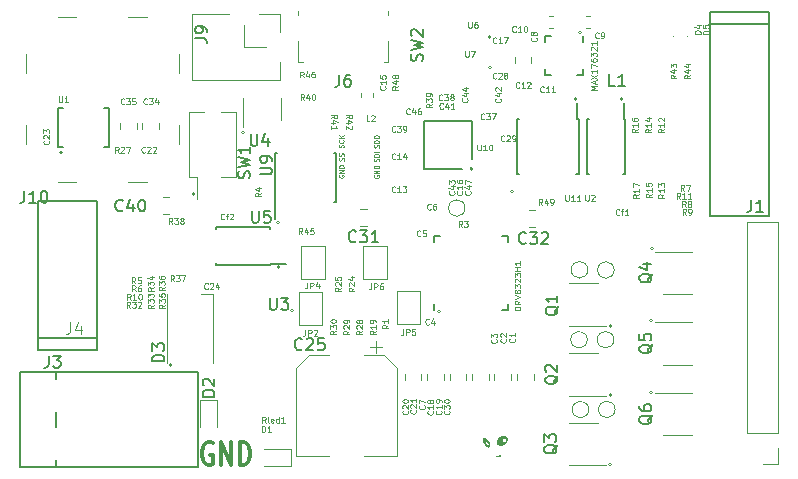
<source format=gbr>
G04 #@! TF.GenerationSoftware,KiCad,Pcbnew,5.0.2-bee76a0~70~ubuntu18.04.1*
G04 #@! TF.CreationDate,2020-05-08T14:17:04+02:00*
G04 #@! TF.ProjectId,board,626f6172-642e-46b6-9963-61645f706362,rev?*
G04 #@! TF.SameCoordinates,Original*
G04 #@! TF.FileFunction,Legend,Top*
G04 #@! TF.FilePolarity,Positive*
%FSLAX46Y46*%
G04 Gerber Fmt 4.6, Leading zero omitted, Abs format (unit mm)*
G04 Created by KiCad (PCBNEW 5.0.2-bee76a0~70~ubuntu18.04.1) date Fr 08 Mai 2020 14:17:04 CEST*
%MOMM*%
%LPD*%
G01*
G04 APERTURE LIST*
%ADD10C,0.100000*%
%ADD11C,0.120000*%
%ADD12C,0.300000*%
%ADD13C,0.150000*%
%ADD14C,0.152400*%
%ADD15C,0.127000*%
%ADD16C,0.010000*%
%ADD17C,0.060000*%
%ADD18C,0.125000*%
%ADD19C,0.096520*%
G04 APERTURE END LIST*
D10*
X123130000Y-114044761D02*
X123110952Y-114082857D01*
X123110952Y-114140000D01*
X123130000Y-114197142D01*
X123168095Y-114235238D01*
X123206190Y-114254285D01*
X123282380Y-114273333D01*
X123339523Y-114273333D01*
X123415714Y-114254285D01*
X123453809Y-114235238D01*
X123491904Y-114197142D01*
X123510952Y-114140000D01*
X123510952Y-114101904D01*
X123491904Y-114044761D01*
X123472857Y-114025714D01*
X123339523Y-114025714D01*
X123339523Y-114101904D01*
X123510952Y-113854285D02*
X123110952Y-113854285D01*
X123510952Y-113625714D01*
X123110952Y-113625714D01*
X123510952Y-113435238D02*
X123110952Y-113435238D01*
X123110952Y-113340000D01*
X123130000Y-113282857D01*
X123168095Y-113244761D01*
X123206190Y-113225714D01*
X123282380Y-113206666D01*
X123339523Y-113206666D01*
X123415714Y-113225714D01*
X123453809Y-113244761D01*
X123491904Y-113282857D01*
X123510952Y-113340000D01*
X123510952Y-113435238D01*
X120140000Y-114004761D02*
X120120952Y-114042857D01*
X120120952Y-114100000D01*
X120140000Y-114157142D01*
X120178095Y-114195238D01*
X120216190Y-114214285D01*
X120292380Y-114233333D01*
X120349523Y-114233333D01*
X120425714Y-114214285D01*
X120463809Y-114195238D01*
X120501904Y-114157142D01*
X120520952Y-114100000D01*
X120520952Y-114061904D01*
X120501904Y-114004761D01*
X120482857Y-113985714D01*
X120349523Y-113985714D01*
X120349523Y-114061904D01*
X120520952Y-113814285D02*
X120120952Y-113814285D01*
X120520952Y-113585714D01*
X120120952Y-113585714D01*
X120520952Y-113395238D02*
X120120952Y-113395238D01*
X120120952Y-113300000D01*
X120140000Y-113242857D01*
X120178095Y-113204761D01*
X120216190Y-113185714D01*
X120292380Y-113166666D01*
X120349523Y-113166666D01*
X120425714Y-113185714D01*
X120463809Y-113204761D01*
X120501904Y-113242857D01*
X120520952Y-113300000D01*
X120520952Y-113395238D01*
X123471904Y-112849523D02*
X123490952Y-112792380D01*
X123490952Y-112697142D01*
X123471904Y-112659047D01*
X123452857Y-112640000D01*
X123414761Y-112620952D01*
X123376666Y-112620952D01*
X123338571Y-112640000D01*
X123319523Y-112659047D01*
X123300476Y-112697142D01*
X123281428Y-112773333D01*
X123262380Y-112811428D01*
X123243333Y-112830476D01*
X123205238Y-112849523D01*
X123167142Y-112849523D01*
X123129047Y-112830476D01*
X123110000Y-112811428D01*
X123090952Y-112773333D01*
X123090952Y-112678095D01*
X123110000Y-112620952D01*
X123490952Y-112449523D02*
X123090952Y-112449523D01*
X123090952Y-112354285D01*
X123110000Y-112297142D01*
X123148095Y-112259047D01*
X123186190Y-112240000D01*
X123262380Y-112220952D01*
X123319523Y-112220952D01*
X123395714Y-112240000D01*
X123433809Y-112259047D01*
X123471904Y-112297142D01*
X123490952Y-112354285D01*
X123490952Y-112449523D01*
X123490952Y-112049523D02*
X123090952Y-112049523D01*
X123481904Y-111693809D02*
X123500952Y-111636666D01*
X123500952Y-111541428D01*
X123481904Y-111503333D01*
X123462857Y-111484285D01*
X123424761Y-111465238D01*
X123386666Y-111465238D01*
X123348571Y-111484285D01*
X123329523Y-111503333D01*
X123310476Y-111541428D01*
X123291428Y-111617619D01*
X123272380Y-111655714D01*
X123253333Y-111674761D01*
X123215238Y-111693809D01*
X123177142Y-111693809D01*
X123139047Y-111674761D01*
X123120000Y-111655714D01*
X123100952Y-111617619D01*
X123100952Y-111522380D01*
X123120000Y-111465238D01*
X123500952Y-111293809D02*
X123100952Y-111293809D01*
X123100952Y-111198571D01*
X123120000Y-111141428D01*
X123158095Y-111103333D01*
X123196190Y-111084285D01*
X123272380Y-111065238D01*
X123329523Y-111065238D01*
X123405714Y-111084285D01*
X123443809Y-111103333D01*
X123481904Y-111141428D01*
X123500952Y-111198571D01*
X123500952Y-111293809D01*
X123100952Y-110817619D02*
X123100952Y-110741428D01*
X123120000Y-110703333D01*
X123158095Y-110665238D01*
X123234285Y-110646190D01*
X123367619Y-110646190D01*
X123443809Y-110665238D01*
X123481904Y-110703333D01*
X123500952Y-110741428D01*
X123500952Y-110817619D01*
X123481904Y-110855714D01*
X123443809Y-110893809D01*
X123367619Y-110912857D01*
X123234285Y-110912857D01*
X123158095Y-110893809D01*
X123120000Y-110855714D01*
X123100952Y-110817619D01*
X120511904Y-112784761D02*
X120530952Y-112727619D01*
X120530952Y-112632380D01*
X120511904Y-112594285D01*
X120492857Y-112575238D01*
X120454761Y-112556190D01*
X120416666Y-112556190D01*
X120378571Y-112575238D01*
X120359523Y-112594285D01*
X120340476Y-112632380D01*
X120321428Y-112708571D01*
X120302380Y-112746666D01*
X120283333Y-112765714D01*
X120245238Y-112784761D01*
X120207142Y-112784761D01*
X120169047Y-112765714D01*
X120150000Y-112746666D01*
X120130952Y-112708571D01*
X120130952Y-112613333D01*
X120150000Y-112556190D01*
X120511904Y-112403809D02*
X120530952Y-112346666D01*
X120530952Y-112251428D01*
X120511904Y-112213333D01*
X120492857Y-112194285D01*
X120454761Y-112175238D01*
X120416666Y-112175238D01*
X120378571Y-112194285D01*
X120359523Y-112213333D01*
X120340476Y-112251428D01*
X120321428Y-112327619D01*
X120302380Y-112365714D01*
X120283333Y-112384761D01*
X120245238Y-112403809D01*
X120207142Y-112403809D01*
X120169047Y-112384761D01*
X120150000Y-112365714D01*
X120130952Y-112327619D01*
X120130952Y-112232380D01*
X120150000Y-112175238D01*
X120501904Y-111674285D02*
X120520952Y-111617142D01*
X120520952Y-111521904D01*
X120501904Y-111483809D01*
X120482857Y-111464761D01*
X120444761Y-111445714D01*
X120406666Y-111445714D01*
X120368571Y-111464761D01*
X120349523Y-111483809D01*
X120330476Y-111521904D01*
X120311428Y-111598095D01*
X120292380Y-111636190D01*
X120273333Y-111655238D01*
X120235238Y-111674285D01*
X120197142Y-111674285D01*
X120159047Y-111655238D01*
X120140000Y-111636190D01*
X120120952Y-111598095D01*
X120120952Y-111502857D01*
X120140000Y-111445714D01*
X120482857Y-111045714D02*
X120501904Y-111064761D01*
X120520952Y-111121904D01*
X120520952Y-111160000D01*
X120501904Y-111217142D01*
X120463809Y-111255238D01*
X120425714Y-111274285D01*
X120349523Y-111293333D01*
X120292380Y-111293333D01*
X120216190Y-111274285D01*
X120178095Y-111255238D01*
X120140000Y-111217142D01*
X120120952Y-111160000D01*
X120120952Y-111121904D01*
X120140000Y-111064761D01*
X120159047Y-111045714D01*
X120520952Y-110874285D02*
X120120952Y-110874285D01*
X120520952Y-110645714D02*
X120292380Y-110817142D01*
X120120952Y-110645714D02*
X120349523Y-110874285D01*
D11*
X134928062Y-115410000D02*
G75*
G03X134928062Y-115410000I-128062J0D01*
G01*
X131468062Y-113460000D02*
G75*
G03X131468062Y-113460000I-128062J0D01*
G01*
X144188062Y-107590000D02*
G75*
G03X144188062Y-107590000I-128062J0D01*
G01*
X140268062Y-107580000D02*
G75*
G03X140268062Y-107580000I-128062J0D01*
G01*
X140658062Y-101970000D02*
G75*
G03X140658062Y-101970000I-128062J0D01*
G01*
X133008062Y-104900000D02*
G75*
G03X133008062Y-104900000I-128062J0D01*
G01*
X132998062Y-102340000D02*
G75*
G03X132998062Y-102340000I-128062J0D01*
G01*
X112108062Y-110400000D02*
G75*
G03X112108062Y-110400000I-128062J0D01*
G01*
X107948062Y-115600000D02*
G75*
G03X107948062Y-115600000I-128062J0D01*
G01*
X115078062Y-118030000D02*
G75*
G03X115078062Y-118030000I-128062J0D01*
G01*
X115128062Y-121810000D02*
G75*
G03X115128062Y-121810000I-128062J0D01*
G01*
X105988062Y-130090000D02*
G75*
G03X105988062Y-130090000I-128062J0D01*
G01*
X116288062Y-125500000D02*
G75*
G03X116288062Y-125500000I-128062J0D01*
G01*
X128698062Y-125570000D02*
G75*
G03X128698062Y-125570000I-128062J0D01*
G01*
X143198062Y-138520000D02*
G75*
G03X143198062Y-138520000I-128062J0D01*
G01*
X146678062Y-132410000D02*
G75*
G03X146678062Y-132410000I-128062J0D01*
G01*
X143248062Y-132610000D02*
G75*
G03X143248062Y-132610000I-128062J0D01*
G01*
X146668062Y-126300000D02*
G75*
G03X146668062Y-126300000I-128062J0D01*
G01*
X143248062Y-126790000D02*
G75*
G03X143248062Y-126790000I-128062J0D01*
G01*
X146748062Y-120210000D02*
G75*
G03X146748062Y-120210000I-128062J0D01*
G01*
D12*
X109417142Y-136670000D02*
X109274285Y-136574761D01*
X109060000Y-136574761D01*
X108845714Y-136670000D01*
X108702857Y-136860476D01*
X108631428Y-137050952D01*
X108560000Y-137431904D01*
X108560000Y-137717619D01*
X108631428Y-138098571D01*
X108702857Y-138289047D01*
X108845714Y-138479523D01*
X109060000Y-138574761D01*
X109202857Y-138574761D01*
X109417142Y-138479523D01*
X109488571Y-138384285D01*
X109488571Y-137717619D01*
X109202857Y-137717619D01*
X110131428Y-138574761D02*
X110131428Y-136574761D01*
X110988571Y-138574761D01*
X110988571Y-136574761D01*
X111702857Y-138574761D02*
X111702857Y-136574761D01*
X112060000Y-136574761D01*
X112274285Y-136670000D01*
X112417142Y-136860476D01*
X112488571Y-137050952D01*
X112560000Y-137431904D01*
X112560000Y-137717619D01*
X112488571Y-138098571D01*
X112417142Y-138289047D01*
X112274285Y-138479523D01*
X112060000Y-138574761D01*
X111702857Y-138574761D01*
D13*
G04 #@! TO.C,U1*
X96674853Y-112100000D02*
G75*
G03X96674853Y-112100000I-84853J0D01*
G01*
D14*
X96315600Y-111646400D02*
X96772800Y-111646400D01*
X96315600Y-108293600D02*
X96315600Y-111646400D01*
X100684400Y-108293600D02*
X100227200Y-108293600D01*
X100684400Y-111646400D02*
X100684400Y-108293600D01*
X100227200Y-111646400D02*
X100684400Y-111646400D01*
X96772800Y-108293600D02*
X96315600Y-108293600D01*
D11*
G04 #@! TO.C,C35*
X102997000Y-110098578D02*
X102997000Y-109581422D01*
X101577000Y-110098578D02*
X101577000Y-109581422D01*
D13*
G04 #@! TO.C,U11*
X140425000Y-109275000D02*
X140300000Y-109275000D01*
X140425000Y-113925000D02*
X140200000Y-113925000D01*
X135175000Y-113925000D02*
X135400000Y-113925000D01*
X135175000Y-109275000D02*
X135400000Y-109275000D01*
X140425000Y-109275000D02*
X140425000Y-113925000D01*
X135175000Y-109275000D02*
X135175000Y-113925000D01*
X140300000Y-109275000D02*
X140300000Y-107925000D01*
D11*
G04 #@! TO.C,J10*
X96300000Y-100620000D02*
X97900000Y-100620000D01*
X96300000Y-114580000D02*
X97900000Y-114580000D01*
X102300000Y-100620000D02*
X103900000Y-100620000D01*
X102300000Y-114580000D02*
X103900000Y-114580000D01*
X93600000Y-103800000D02*
X93600000Y-105400000D01*
X106600000Y-103800000D02*
X106600000Y-105400000D01*
X93600000Y-109800000D02*
X93600000Y-111400000D01*
X106600000Y-109800000D02*
X106600000Y-111400000D01*
D15*
G04 #@! TO.C,J4*
X99640000Y-127820000D02*
X94630000Y-127820000D01*
X99630000Y-116210000D02*
X94610000Y-116210000D01*
X99630000Y-128830000D02*
X99630000Y-116190000D01*
X94620000Y-128810000D02*
X99620000Y-128810000D01*
X94620000Y-116210000D02*
X94630000Y-128830000D01*
D11*
G04 #@! TO.C,C34*
X104902000Y-110098578D02*
X104902000Y-109581422D01*
X103482000Y-110098578D02*
X103482000Y-109581422D01*
G04 #@! TO.C,C32*
X136241422Y-118410000D02*
X136758578Y-118410000D01*
X136241422Y-116990000D02*
X136758578Y-116990000D01*
D13*
G04 #@! TO.C,DRV8323H1*
X128150000Y-119150000D02*
X128150000Y-119675000D01*
X134450000Y-119150000D02*
X134450000Y-119675000D01*
X134450000Y-125450000D02*
X134450000Y-124925000D01*
X128150000Y-125450000D02*
X128150000Y-124925000D01*
X134450000Y-119150000D02*
X133925000Y-119150000D01*
X134450000Y-125450000D02*
X133925000Y-125450000D01*
X128150000Y-119150000D02*
X128675000Y-119150000D01*
D11*
G04 #@! TO.C,C31*
X122458578Y-116890000D02*
X121941422Y-116890000D01*
X122458578Y-118310000D02*
X121941422Y-118310000D01*
D13*
G04 #@! TO.C,U2*
X144345000Y-109265000D02*
X144245000Y-109265000D01*
X144345000Y-113915000D02*
X144145000Y-113915000D01*
X141095000Y-113915000D02*
X141295000Y-113915000D01*
X141095000Y-109265000D02*
X141295000Y-109265000D01*
X144345000Y-109265000D02*
X144345000Y-113915000D01*
X141095000Y-109265000D02*
X141095000Y-113915000D01*
X144245000Y-109265000D02*
X144245000Y-107915000D01*
D11*
G04 #@! TO.C,Q2*
X142750000Y-132700000D02*
X139620000Y-132700000D01*
X142080000Y-129100000D02*
X139620000Y-129100000D01*
G04 #@! TO.C,C21*
X129010000Y-130841422D02*
X129010000Y-131358578D01*
X127590000Y-130841422D02*
X127590000Y-131358578D01*
G04 #@! TO.C,C19*
X133290000Y-130841422D02*
X133290000Y-131358578D01*
X134710000Y-130841422D02*
X134710000Y-131358578D01*
G04 #@! TO.C,C18*
X132810000Y-130841422D02*
X132810000Y-131358578D01*
X131390000Y-130841422D02*
X131390000Y-131358578D01*
G04 #@! TO.C,C12*
X136410000Y-104041422D02*
X136410000Y-104558578D01*
X134990000Y-104041422D02*
X134990000Y-104558578D01*
D13*
G04 #@! TO.C,MAX176321*
X140799999Y-105500001D02*
X140299999Y-105500001D01*
X137549999Y-102250001D02*
X138049999Y-102250001D01*
X137549999Y-105500001D02*
X138049999Y-105500001D01*
X140799999Y-102250001D02*
X140799999Y-102750001D01*
X137549999Y-102250001D02*
X137549999Y-102750001D01*
X137549999Y-105500001D02*
X137549999Y-105000001D01*
X140799999Y-105500001D02*
X140799999Y-105000001D01*
D11*
G04 #@! TO.C,D2*
X108365000Y-133015000D02*
X108365000Y-135300000D01*
X109835000Y-133015000D02*
X108365000Y-133015000D01*
X109835000Y-135300000D02*
X109835000Y-133015000D01*
G04 #@! TO.C,J2*
X157330000Y-138439200D02*
X156000000Y-138439200D01*
X157330000Y-137109200D02*
X157330000Y-138439200D01*
X157330000Y-135839200D02*
X154670000Y-135839200D01*
X154670000Y-135839200D02*
X154670000Y-117999200D01*
X157330000Y-135839200D02*
X157330000Y-117999200D01*
X157330000Y-117999200D02*
X154670000Y-117999200D01*
D13*
G04 #@! TO.C,J3*
X108150000Y-130700000D02*
X93150000Y-130700000D01*
X108150000Y-138700000D02*
X108150000Y-130700000D01*
X93150000Y-138700000D02*
X108150000Y-138700000D01*
X93150000Y-130700000D02*
X93150000Y-138700000D01*
X96150000Y-138700000D02*
X96150000Y-138100000D01*
X96150000Y-135300000D02*
X96150000Y-134100000D01*
X96150000Y-130700000D02*
X96150000Y-131300000D01*
D11*
G04 #@! TO.C,Q1*
X142740000Y-126785000D02*
X139610000Y-126785000D01*
X142070000Y-123185000D02*
X139610000Y-123185000D01*
G04 #@! TO.C,Q4*
X146900000Y-120500000D02*
X150030000Y-120500000D01*
X147570000Y-124100000D02*
X150030000Y-124100000D01*
G04 #@! TO.C,Q5*
X146900000Y-126450000D02*
X150030000Y-126450000D01*
X147570000Y-130050000D02*
X150030000Y-130050000D01*
G04 #@! TO.C,Q3*
X142700000Y-138570000D02*
X139570000Y-138570000D01*
X142030000Y-134970000D02*
X139570000Y-134970000D01*
G04 #@! TO.C,Q6*
X146900000Y-132450000D02*
X150030000Y-132450000D01*
X147570000Y-136050000D02*
X150030000Y-136050000D01*
G04 #@! TO.C,C20*
X125690000Y-130841422D02*
X125690000Y-131358578D01*
X127110000Y-130841422D02*
X127110000Y-131358578D01*
G04 #@! TO.C,C7*
X129490000Y-130841422D02*
X129490000Y-131358578D01*
X130910000Y-130841422D02*
X130910000Y-131358578D01*
G04 #@! TO.C,D3*
X105580000Y-129960000D02*
X105580000Y-124060000D01*
X109480000Y-129960000D02*
X109480000Y-124060000D01*
X109480000Y-124060000D02*
X108405000Y-124060000D01*
G04 #@! TO.C,TP1*
X141190000Y-122030000D02*
G75*
G03X141190000Y-122030000I-700000J0D01*
G01*
G04 #@! TO.C,TP2*
X143424000Y-122046000D02*
G75*
G03X143424000Y-122046000I-700000J0D01*
G01*
G04 #@! TO.C,TP3*
X141148000Y-127950000D02*
G75*
G03X141148000Y-127950000I-700000J0D01*
G01*
G04 #@! TO.C,TP4*
X143400000Y-127950000D02*
G75*
G03X143400000Y-127950000I-700000J0D01*
G01*
G04 #@! TO.C,TP5*
X141270000Y-133860000D02*
G75*
G03X141270000Y-133860000I-700000J0D01*
G01*
G04 #@! TO.C,TP6*
X143500000Y-133850000D02*
G75*
G03X143500000Y-133850000I-700000J0D01*
G01*
G04 #@! TO.C,J9*
X110785000Y-100400000D02*
X107670000Y-100400000D01*
X107670000Y-100400000D02*
X107670000Y-106000000D01*
X115170000Y-106000000D02*
X107670000Y-106000000D01*
X115170000Y-104470000D02*
X115170000Y-106000000D01*
X113925000Y-103200000D02*
X112055000Y-103200000D01*
X112055000Y-103200000D02*
X112055000Y-101330000D01*
X113325000Y-100400000D02*
X115170000Y-100400000D01*
X115170000Y-100400000D02*
X115170000Y-101930000D01*
G04 #@! TO.C,C30*
X136610000Y-130841422D02*
X136610000Y-131358578D01*
X135190000Y-130841422D02*
X135190000Y-131358578D01*
D16*
G04 #@! TO.C,H4*
G36*
X134058423Y-136101777D02*
X134096263Y-136105066D01*
X134116759Y-136108897D01*
X134168390Y-136125874D01*
X134213060Y-136149654D01*
X134250646Y-136179527D01*
X134281024Y-136214781D01*
X134304071Y-136254703D01*
X134319661Y-136298583D01*
X134327672Y-136345708D01*
X134327980Y-136395366D01*
X134320461Y-136446846D01*
X134304990Y-136499436D01*
X134281445Y-136552424D01*
X134249701Y-136605099D01*
X134211669Y-136654398D01*
X134162024Y-136705506D01*
X134107034Y-136750255D01*
X134047863Y-136788142D01*
X133985678Y-136818666D01*
X133921645Y-136841325D01*
X133856929Y-136855617D01*
X133792695Y-136861041D01*
X133738218Y-136858169D01*
X133683393Y-136847107D01*
X133634297Y-136828036D01*
X133591371Y-136801148D01*
X133572887Y-136785333D01*
X133541140Y-136751436D01*
X133518000Y-136716962D01*
X133502118Y-136679320D01*
X133492141Y-136635916D01*
X133490986Y-136628145D01*
X133488426Y-136573755D01*
X133495286Y-136518691D01*
X133510934Y-136463752D01*
X133524275Y-136433475D01*
X133889164Y-136433475D01*
X133891545Y-136455112D01*
X133904506Y-136499304D01*
X133925689Y-136538657D01*
X133954198Y-136572122D01*
X133989137Y-136598653D01*
X134029610Y-136617204D01*
X134030453Y-136617481D01*
X134050411Y-136621460D01*
X134077461Y-136623152D01*
X134095684Y-136622976D01*
X134119938Y-136621571D01*
X134138324Y-136618634D01*
X134155122Y-136613176D01*
X134172690Y-136605155D01*
X134209679Y-136581788D01*
X134240282Y-136551948D01*
X134263754Y-136517048D01*
X134279349Y-136478504D01*
X134286322Y-136437728D01*
X134283925Y-136396134D01*
X134283670Y-136394722D01*
X134270966Y-136352824D01*
X134249644Y-136314438D01*
X134220985Y-136281215D01*
X134186270Y-136254806D01*
X134167445Y-136244858D01*
X134137518Y-136235350D01*
X134102396Y-136230786D01*
X134065790Y-136231225D01*
X134031413Y-136236724D01*
X134013531Y-136242426D01*
X133978383Y-136261486D01*
X133947691Y-136287944D01*
X133922440Y-136320087D01*
X133903613Y-136356199D01*
X133892193Y-136394567D01*
X133889164Y-136433475D01*
X133524275Y-136433475D01*
X133534736Y-136409736D01*
X133566061Y-136357441D01*
X133604274Y-136307666D01*
X133648745Y-136261207D01*
X133698840Y-136218864D01*
X133753926Y-136181434D01*
X133813370Y-136149716D01*
X133876541Y-136124507D01*
X133894886Y-136118701D01*
X133931263Y-136110238D01*
X133972757Y-136104503D01*
X134016199Y-136101636D01*
X134058423Y-136101777D01*
X134058423Y-136101777D01*
G37*
X134058423Y-136101777D02*
X134096263Y-136105066D01*
X134116759Y-136108897D01*
X134168390Y-136125874D01*
X134213060Y-136149654D01*
X134250646Y-136179527D01*
X134281024Y-136214781D01*
X134304071Y-136254703D01*
X134319661Y-136298583D01*
X134327672Y-136345708D01*
X134327980Y-136395366D01*
X134320461Y-136446846D01*
X134304990Y-136499436D01*
X134281445Y-136552424D01*
X134249701Y-136605099D01*
X134211669Y-136654398D01*
X134162024Y-136705506D01*
X134107034Y-136750255D01*
X134047863Y-136788142D01*
X133985678Y-136818666D01*
X133921645Y-136841325D01*
X133856929Y-136855617D01*
X133792695Y-136861041D01*
X133738218Y-136858169D01*
X133683393Y-136847107D01*
X133634297Y-136828036D01*
X133591371Y-136801148D01*
X133572887Y-136785333D01*
X133541140Y-136751436D01*
X133518000Y-136716962D01*
X133502118Y-136679320D01*
X133492141Y-136635916D01*
X133490986Y-136628145D01*
X133488426Y-136573755D01*
X133495286Y-136518691D01*
X133510934Y-136463752D01*
X133524275Y-136433475D01*
X133889164Y-136433475D01*
X133891545Y-136455112D01*
X133904506Y-136499304D01*
X133925689Y-136538657D01*
X133954198Y-136572122D01*
X133989137Y-136598653D01*
X134029610Y-136617204D01*
X134030453Y-136617481D01*
X134050411Y-136621460D01*
X134077461Y-136623152D01*
X134095684Y-136622976D01*
X134119938Y-136621571D01*
X134138324Y-136618634D01*
X134155122Y-136613176D01*
X134172690Y-136605155D01*
X134209679Y-136581788D01*
X134240282Y-136551948D01*
X134263754Y-136517048D01*
X134279349Y-136478504D01*
X134286322Y-136437728D01*
X134283925Y-136396134D01*
X134283670Y-136394722D01*
X134270966Y-136352824D01*
X134249644Y-136314438D01*
X134220985Y-136281215D01*
X134186270Y-136254806D01*
X134167445Y-136244858D01*
X134137518Y-136235350D01*
X134102396Y-136230786D01*
X134065790Y-136231225D01*
X134031413Y-136236724D01*
X134013531Y-136242426D01*
X133978383Y-136261486D01*
X133947691Y-136287944D01*
X133922440Y-136320087D01*
X133903613Y-136356199D01*
X133892193Y-136394567D01*
X133889164Y-136433475D01*
X133524275Y-136433475D01*
X133534736Y-136409736D01*
X133566061Y-136357441D01*
X133604274Y-136307666D01*
X133648745Y-136261207D01*
X133698840Y-136218864D01*
X133753926Y-136181434D01*
X133813370Y-136149716D01*
X133876541Y-136124507D01*
X133894886Y-136118701D01*
X133931263Y-136110238D01*
X133972757Y-136104503D01*
X134016199Y-136101636D01*
X134058423Y-136101777D01*
G36*
X132433665Y-136292400D02*
X132451199Y-136294815D01*
X132467879Y-136300076D01*
X132486678Y-136308404D01*
X132536544Y-136336810D01*
X132586028Y-136374026D01*
X132634186Y-136418713D01*
X132680077Y-136469536D01*
X132722757Y-136525158D01*
X132761285Y-136584244D01*
X132794717Y-136645456D01*
X132822112Y-136707459D01*
X132842526Y-136768917D01*
X132855018Y-136828492D01*
X132855381Y-136831129D01*
X132858149Y-136874196D01*
X132854456Y-136912257D01*
X132844593Y-136944427D01*
X132828853Y-136969822D01*
X132807525Y-136987556D01*
X132803187Y-136989832D01*
X132775219Y-136998318D01*
X132743409Y-136999581D01*
X132711189Y-136993488D01*
X132710740Y-136993346D01*
X132667203Y-136975057D01*
X132622270Y-136947842D01*
X132576881Y-136912665D01*
X132531976Y-136870487D01*
X132488495Y-136822272D01*
X132447378Y-136768982D01*
X132409565Y-136711579D01*
X132375996Y-136651026D01*
X132375540Y-136650119D01*
X132350181Y-136595845D01*
X132341711Y-136573574D01*
X132495284Y-136573574D01*
X132495543Y-136601315D01*
X132498121Y-136629311D01*
X132502567Y-136652702D01*
X132512407Y-136682865D01*
X132526999Y-136717156D01*
X132544535Y-136751944D01*
X132563208Y-136783596D01*
X132578382Y-136805022D01*
X132609895Y-136840806D01*
X132641152Y-136868895D01*
X132671506Y-136889000D01*
X132700309Y-136900834D01*
X132726913Y-136904109D01*
X132750670Y-136898538D01*
X132766133Y-136888466D01*
X132780767Y-136871999D01*
X132790019Y-136852003D01*
X132794606Y-136826313D01*
X132795402Y-136800316D01*
X132791584Y-136761085D01*
X132781587Y-136720767D01*
X132766265Y-136680451D01*
X132746466Y-136641228D01*
X132723042Y-136604188D01*
X132696844Y-136570421D01*
X132668723Y-136541018D01*
X132639529Y-136517069D01*
X132610113Y-136499664D01*
X132581326Y-136489894D01*
X132554019Y-136488849D01*
X132552521Y-136489075D01*
X132530226Y-136497610D01*
X132511870Y-136514429D01*
X132501805Y-136531686D01*
X132497365Y-136549295D01*
X132495284Y-136573574D01*
X132341711Y-136573574D01*
X132331505Y-136546742D01*
X132318956Y-136500850D01*
X132311980Y-136456209D01*
X132310024Y-136418820D01*
X132310147Y-136393734D01*
X132311356Y-136375780D01*
X132314108Y-136361950D01*
X132318861Y-136349235D01*
X132321443Y-136343751D01*
X132332212Y-136326421D01*
X132345671Y-136310733D01*
X132351471Y-136305651D01*
X132361774Y-136298608D01*
X132371873Y-136294452D01*
X132384939Y-136292443D01*
X132404145Y-136291838D01*
X132410641Y-136291820D01*
X132433665Y-136292400D01*
X132433665Y-136292400D01*
G37*
X132433665Y-136292400D02*
X132451199Y-136294815D01*
X132467879Y-136300076D01*
X132486678Y-136308404D01*
X132536544Y-136336810D01*
X132586028Y-136374026D01*
X132634186Y-136418713D01*
X132680077Y-136469536D01*
X132722757Y-136525158D01*
X132761285Y-136584244D01*
X132794717Y-136645456D01*
X132822112Y-136707459D01*
X132842526Y-136768917D01*
X132855018Y-136828492D01*
X132855381Y-136831129D01*
X132858149Y-136874196D01*
X132854456Y-136912257D01*
X132844593Y-136944427D01*
X132828853Y-136969822D01*
X132807525Y-136987556D01*
X132803187Y-136989832D01*
X132775219Y-136998318D01*
X132743409Y-136999581D01*
X132711189Y-136993488D01*
X132710740Y-136993346D01*
X132667203Y-136975057D01*
X132622270Y-136947842D01*
X132576881Y-136912665D01*
X132531976Y-136870487D01*
X132488495Y-136822272D01*
X132447378Y-136768982D01*
X132409565Y-136711579D01*
X132375996Y-136651026D01*
X132375540Y-136650119D01*
X132350181Y-136595845D01*
X132341711Y-136573574D01*
X132495284Y-136573574D01*
X132495543Y-136601315D01*
X132498121Y-136629311D01*
X132502567Y-136652702D01*
X132512407Y-136682865D01*
X132526999Y-136717156D01*
X132544535Y-136751944D01*
X132563208Y-136783596D01*
X132578382Y-136805022D01*
X132609895Y-136840806D01*
X132641152Y-136868895D01*
X132671506Y-136889000D01*
X132700309Y-136900834D01*
X132726913Y-136904109D01*
X132750670Y-136898538D01*
X132766133Y-136888466D01*
X132780767Y-136871999D01*
X132790019Y-136852003D01*
X132794606Y-136826313D01*
X132795402Y-136800316D01*
X132791584Y-136761085D01*
X132781587Y-136720767D01*
X132766265Y-136680451D01*
X132746466Y-136641228D01*
X132723042Y-136604188D01*
X132696844Y-136570421D01*
X132668723Y-136541018D01*
X132639529Y-136517069D01*
X132610113Y-136499664D01*
X132581326Y-136489894D01*
X132554019Y-136488849D01*
X132552521Y-136489075D01*
X132530226Y-136497610D01*
X132511870Y-136514429D01*
X132501805Y-136531686D01*
X132497365Y-136549295D01*
X132495284Y-136573574D01*
X132341711Y-136573574D01*
X132331505Y-136546742D01*
X132318956Y-136500850D01*
X132311980Y-136456209D01*
X132310024Y-136418820D01*
X132310147Y-136393734D01*
X132311356Y-136375780D01*
X132314108Y-136361950D01*
X132318861Y-136349235D01*
X132321443Y-136343751D01*
X132332212Y-136326421D01*
X132345671Y-136310733D01*
X132351471Y-136305651D01*
X132361774Y-136298608D01*
X132371873Y-136294452D01*
X132384939Y-136292443D01*
X132404145Y-136291838D01*
X132410641Y-136291820D01*
X132433665Y-136292400D01*
D17*
G36*
X133764692Y-137731830D02*
X133768884Y-137737238D01*
X133769842Y-137745434D01*
X133765424Y-137750854D01*
X133753375Y-137758710D01*
X133735655Y-137768093D01*
X133714225Y-137778090D01*
X133691046Y-137787791D01*
X133668078Y-137796284D01*
X133647282Y-137802659D01*
X133645917Y-137803013D01*
X133602856Y-137810486D01*
X133554361Y-137812860D01*
X133503785Y-137810138D01*
X133457500Y-137802965D01*
X133430200Y-137797186D01*
X133411309Y-137792973D01*
X133399286Y-137789840D01*
X133392588Y-137787302D01*
X133389673Y-137784876D01*
X133388999Y-137782076D01*
X133388997Y-137781433D01*
X133390026Y-137773727D01*
X133393898Y-137769084D01*
X133402140Y-137767369D01*
X133416276Y-137768449D01*
X133437832Y-137772190D01*
X133454960Y-137775657D01*
X133513922Y-137785109D01*
X133567388Y-137787441D01*
X133617312Y-137782442D01*
X133665646Y-137769901D01*
X133714342Y-137749609D01*
X133719221Y-137747188D01*
X133741207Y-137736758D01*
X133755915Y-137731654D01*
X133764692Y-137731830D01*
X133764692Y-137731830D01*
G37*
X133764692Y-137731830D02*
X133768884Y-137737238D01*
X133769842Y-137745434D01*
X133765424Y-137750854D01*
X133753375Y-137758710D01*
X133735655Y-137768093D01*
X133714225Y-137778090D01*
X133691046Y-137787791D01*
X133668078Y-137796284D01*
X133647282Y-137802659D01*
X133645917Y-137803013D01*
X133602856Y-137810486D01*
X133554361Y-137812860D01*
X133503785Y-137810138D01*
X133457500Y-137802965D01*
X133430200Y-137797186D01*
X133411309Y-137792973D01*
X133399286Y-137789840D01*
X133392588Y-137787302D01*
X133389673Y-137784876D01*
X133388999Y-137782076D01*
X133388997Y-137781433D01*
X133390026Y-137773727D01*
X133393898Y-137769084D01*
X133402140Y-137767369D01*
X133416276Y-137768449D01*
X133437832Y-137772190D01*
X133454960Y-137775657D01*
X133513922Y-137785109D01*
X133567388Y-137787441D01*
X133617312Y-137782442D01*
X133665646Y-137769901D01*
X133714342Y-137749609D01*
X133719221Y-137747188D01*
X133741207Y-137736758D01*
X133755915Y-137731654D01*
X133764692Y-137731830D01*
D15*
G04 #@! TO.C,J1*
X156500000Y-117490000D02*
X156500000Y-100170000D01*
X156500000Y-100170000D02*
X151500000Y-100170000D01*
X151500000Y-100170000D02*
X151500000Y-117490000D01*
X151500000Y-117490000D02*
X156500000Y-117490000D01*
X151460000Y-101210000D02*
X156540000Y-101210000D01*
D11*
G04 #@! TO.C,U4*
X115210000Y-109320000D02*
X115210000Y-107520000D01*
X111990000Y-107520000D02*
X111990000Y-109970000D01*
D13*
G04 #@! TO.C,U5*
X114325000Y-121525000D02*
X115675000Y-121525000D01*
X114325000Y-118375000D02*
X109675000Y-118375000D01*
X114325000Y-121625000D02*
X109675000Y-121625000D01*
X114325000Y-118375000D02*
X114325000Y-118575000D01*
X109675000Y-118375000D02*
X109675000Y-118575000D01*
X109675000Y-121625000D02*
X109675000Y-121425000D01*
X114325000Y-121625000D02*
X114325000Y-121525000D01*
D11*
G04 #@! TO.C,J6*
X116660000Y-104470000D02*
X117040000Y-104470000D01*
X116660000Y-100420000D02*
X116660000Y-100160000D01*
X116660000Y-104470000D02*
X116660000Y-102700000D01*
X124280000Y-104470000D02*
X123900000Y-104470000D01*
X124280000Y-102700000D02*
X124280000Y-104470000D01*
X124280000Y-100160000D02*
X124280000Y-100420000D01*
D13*
G04 #@! TO.C,U9*
X114695000Y-116325000D02*
X114745000Y-116325000D01*
X114695000Y-112175000D02*
X114840000Y-112175000D01*
X119845000Y-112175000D02*
X119700000Y-112175000D01*
X119845000Y-116325000D02*
X119700000Y-116325000D01*
X114695000Y-116325000D02*
X114695000Y-112175000D01*
X119845000Y-116325000D02*
X119845000Y-112175000D01*
X114745000Y-116325000D02*
X114745000Y-117725000D01*
D11*
G04 #@! TO.C,D1*
X116085000Y-137165000D02*
X113800000Y-137165000D01*
X116085000Y-138635000D02*
X116085000Y-137165000D01*
X113800000Y-138635000D02*
X116085000Y-138635000D01*
G04 #@! TO.C,L2*
X121990000Y-107412779D02*
X121990000Y-107087221D01*
X123010000Y-107412779D02*
X123010000Y-107087221D01*
G04 #@! TO.C,TP7*
X130800000Y-116800000D02*
G75*
G03X130800000Y-116800000I-700000J0D01*
G01*
G04 #@! TO.C,C40*
X105718578Y-117290000D02*
X105201422Y-117290000D01*
X105718578Y-115870000D02*
X105201422Y-115870000D01*
D10*
G04 #@! TO.C,D4*
X148450000Y-102290000D02*
G75*
G03X148450000Y-102290000I-50000J0D01*
G01*
G04 #@! TO.C,D5*
X149650000Y-102290000D02*
G75*
G03X149650000Y-102290000I-50000J0D01*
G01*
D11*
G04 #@! TO.C,JP2*
X118700000Y-123900000D02*
X118700000Y-126700000D01*
X118700000Y-126700000D02*
X116700000Y-126700000D01*
X116700000Y-126700000D02*
X116700000Y-123900000D01*
X116700000Y-123900000D02*
X118700000Y-123900000D01*
G04 #@! TO.C,JP4*
X118900000Y-122800000D02*
X116900000Y-122800000D01*
X118900000Y-120000000D02*
X118900000Y-122800000D01*
X116900000Y-120000000D02*
X118900000Y-120000000D01*
X116900000Y-122800000D02*
X116900000Y-120000000D01*
G04 #@! TO.C,JP5*
X125000000Y-123800000D02*
X127000000Y-123800000D01*
X125000000Y-126600000D02*
X125000000Y-123800000D01*
X127000000Y-126600000D02*
X125000000Y-126600000D01*
X127000000Y-123800000D02*
X127000000Y-126600000D01*
G04 #@! TO.C,JP6*
X122200000Y-122800000D02*
X122200000Y-120000000D01*
X122200000Y-120000000D02*
X124200000Y-120000000D01*
X124200000Y-120000000D02*
X124200000Y-122800000D01*
X124200000Y-122800000D02*
X122200000Y-122800000D01*
G04 #@! TO.C,C8*
X138242779Y-101520000D02*
X137917221Y-101520000D01*
X138242779Y-100500000D02*
X137917221Y-100500000D01*
G04 #@! TO.C,C9*
X141067221Y-101520000D02*
X141392779Y-101520000D01*
X141067221Y-100500000D02*
X141392779Y-100500000D01*
G04 #@! TO.C,C25*
X116500000Y-137800000D02*
X119250000Y-137800000D01*
X125020000Y-137800000D02*
X122270000Y-137800000D01*
X125020000Y-130344437D02*
X125020000Y-137800000D01*
X116500000Y-130344437D02*
X116500000Y-137800000D01*
X117564437Y-129280000D02*
X119250000Y-129280000D01*
X123955563Y-129280000D02*
X122270000Y-129280000D01*
X123955563Y-129280000D02*
X125020000Y-130344437D01*
X117564437Y-129280000D02*
X116500000Y-130344437D01*
X123270000Y-128040000D02*
X123270000Y-129040000D01*
X123770000Y-128540000D02*
X122770000Y-128540000D01*
G04 #@! TO.C,SW1*
X111385000Y-114190000D02*
X111385000Y-108670000D01*
X108105000Y-116040000D02*
X108105000Y-114190000D01*
X107455000Y-114190000D02*
X108105000Y-114190000D01*
X107455000Y-114190000D02*
X107455000Y-108670000D01*
X107455000Y-108670000D02*
X108724000Y-108670000D01*
X110115000Y-114190000D02*
X111385000Y-114190000D01*
X110115000Y-108670000D02*
X111385000Y-108670000D01*
D13*
G04 #@! TO.C,U8*
X131360000Y-112670000D02*
X131360000Y-109470000D01*
X131360000Y-109470000D02*
X127360000Y-109470000D01*
X127360000Y-109470000D02*
X127360000Y-113470000D01*
X127360000Y-113470000D02*
X130560000Y-113470000D01*
G04 #@! TO.C,U1*
D18*
X96399047Y-107326190D02*
X96399047Y-107730952D01*
X96422857Y-107778571D01*
X96446666Y-107802380D01*
X96494285Y-107826190D01*
X96589523Y-107826190D01*
X96637142Y-107802380D01*
X96660952Y-107778571D01*
X96684761Y-107730952D01*
X96684761Y-107326190D01*
X97184761Y-107826190D02*
X96899047Y-107826190D01*
X97041904Y-107826190D02*
X97041904Y-107326190D01*
X96994285Y-107397619D01*
X96946666Y-107445238D01*
X96899047Y-107469047D01*
G04 #@! TO.C,U6*
X131079047Y-101046190D02*
X131079047Y-101450952D01*
X131102857Y-101498571D01*
X131126666Y-101522380D01*
X131174285Y-101546190D01*
X131269523Y-101546190D01*
X131317142Y-101522380D01*
X131340952Y-101498571D01*
X131364761Y-101450952D01*
X131364761Y-101046190D01*
X131817142Y-101046190D02*
X131721904Y-101046190D01*
X131674285Y-101070000D01*
X131650476Y-101093809D01*
X131602857Y-101165238D01*
X131579047Y-101260476D01*
X131579047Y-101450952D01*
X131602857Y-101498571D01*
X131626666Y-101522380D01*
X131674285Y-101546190D01*
X131769523Y-101546190D01*
X131817142Y-101522380D01*
X131840952Y-101498571D01*
X131864761Y-101450952D01*
X131864761Y-101331904D01*
X131840952Y-101284285D01*
X131817142Y-101260476D01*
X131769523Y-101236666D01*
X131674285Y-101236666D01*
X131626666Y-101260476D01*
X131602857Y-101284285D01*
X131579047Y-101331904D01*
D13*
G04 #@! TO.C,C35*
D18*
X101948571Y-107958571D02*
X101924761Y-107982380D01*
X101853333Y-108006190D01*
X101805714Y-108006190D01*
X101734285Y-107982380D01*
X101686666Y-107934761D01*
X101662857Y-107887142D01*
X101639047Y-107791904D01*
X101639047Y-107720476D01*
X101662857Y-107625238D01*
X101686666Y-107577619D01*
X101734285Y-107530000D01*
X101805714Y-107506190D01*
X101853333Y-107506190D01*
X101924761Y-107530000D01*
X101948571Y-107553809D01*
X102115238Y-107506190D02*
X102424761Y-107506190D01*
X102258095Y-107696666D01*
X102329523Y-107696666D01*
X102377142Y-107720476D01*
X102400952Y-107744285D01*
X102424761Y-107791904D01*
X102424761Y-107910952D01*
X102400952Y-107958571D01*
X102377142Y-107982380D01*
X102329523Y-108006190D01*
X102186666Y-108006190D01*
X102139047Y-107982380D01*
X102115238Y-107958571D01*
X102877142Y-107506190D02*
X102639047Y-107506190D01*
X102615238Y-107744285D01*
X102639047Y-107720476D01*
X102686666Y-107696666D01*
X102805714Y-107696666D01*
X102853333Y-107720476D01*
X102877142Y-107744285D01*
X102900952Y-107791904D01*
X102900952Y-107910952D01*
X102877142Y-107958571D01*
X102853333Y-107982380D01*
X102805714Y-108006190D01*
X102686666Y-108006190D01*
X102639047Y-107982380D01*
X102615238Y-107958571D01*
G04 #@! TO.C,U11*
X139300952Y-115706190D02*
X139300952Y-116110952D01*
X139324761Y-116158571D01*
X139348571Y-116182380D01*
X139396190Y-116206190D01*
X139491428Y-116206190D01*
X139539047Y-116182380D01*
X139562857Y-116158571D01*
X139586666Y-116110952D01*
X139586666Y-115706190D01*
X140086666Y-116206190D02*
X139800952Y-116206190D01*
X139943809Y-116206190D02*
X139943809Y-115706190D01*
X139896190Y-115777619D01*
X139848571Y-115825238D01*
X139800952Y-115849047D01*
X140562857Y-116206190D02*
X140277142Y-116206190D01*
X140420000Y-116206190D02*
X140420000Y-115706190D01*
X140372380Y-115777619D01*
X140324761Y-115825238D01*
X140277142Y-115849047D01*
D13*
G04 #@! TO.C,L1*
X143493333Y-106442380D02*
X143017142Y-106442380D01*
X143017142Y-105442380D01*
X144350476Y-106442380D02*
X143779047Y-106442380D01*
X144064761Y-106442380D02*
X144064761Y-105442380D01*
X143969523Y-105585238D01*
X143874285Y-105680476D01*
X143779047Y-105728095D01*
G04 #@! TO.C,J10*
X93490476Y-115352380D02*
X93490476Y-116066666D01*
X93442857Y-116209523D01*
X93347619Y-116304761D01*
X93204761Y-116352380D01*
X93109523Y-116352380D01*
X94490476Y-116352380D02*
X93919047Y-116352380D01*
X94204761Y-116352380D02*
X94204761Y-115352380D01*
X94109523Y-115495238D01*
X94014285Y-115590476D01*
X93919047Y-115638095D01*
X95109523Y-115352380D02*
X95204761Y-115352380D01*
X95300000Y-115400000D01*
X95347619Y-115447619D01*
X95395238Y-115542857D01*
X95442857Y-115733333D01*
X95442857Y-115971428D01*
X95395238Y-116161904D01*
X95347619Y-116257142D01*
X95300000Y-116304761D01*
X95204761Y-116352380D01*
X95109523Y-116352380D01*
X95014285Y-116304761D01*
X94966666Y-116257142D01*
X94919047Y-116161904D01*
X94871428Y-115971428D01*
X94871428Y-115733333D01*
X94919047Y-115542857D01*
X94966666Y-115447619D01*
X95014285Y-115400000D01*
X95109523Y-115352380D01*
G04 #@! TO.C,J4*
D19*
X97378214Y-126478838D02*
X97378214Y-127168266D01*
X97332252Y-127306152D01*
X97240328Y-127398076D01*
X97102442Y-127444038D01*
X97010519Y-127444038D01*
X98251490Y-126800571D02*
X98251490Y-127444038D01*
X98021681Y-126432876D02*
X97791871Y-127122304D01*
X98389376Y-127122304D01*
G04 #@! TO.C,C34*
D18*
X103878571Y-107958571D02*
X103854761Y-107982380D01*
X103783333Y-108006190D01*
X103735714Y-108006190D01*
X103664285Y-107982380D01*
X103616666Y-107934761D01*
X103592857Y-107887142D01*
X103569047Y-107791904D01*
X103569047Y-107720476D01*
X103592857Y-107625238D01*
X103616666Y-107577619D01*
X103664285Y-107530000D01*
X103735714Y-107506190D01*
X103783333Y-107506190D01*
X103854761Y-107530000D01*
X103878571Y-107553809D01*
X104045238Y-107506190D02*
X104354761Y-107506190D01*
X104188095Y-107696666D01*
X104259523Y-107696666D01*
X104307142Y-107720476D01*
X104330952Y-107744285D01*
X104354761Y-107791904D01*
X104354761Y-107910952D01*
X104330952Y-107958571D01*
X104307142Y-107982380D01*
X104259523Y-108006190D01*
X104116666Y-108006190D01*
X104069047Y-107982380D01*
X104045238Y-107958571D01*
X104783333Y-107672857D02*
X104783333Y-108006190D01*
X104664285Y-107482380D02*
X104545238Y-107839523D01*
X104854761Y-107839523D01*
D13*
G04 #@! TO.C,C32*
X135947142Y-119737142D02*
X135899523Y-119784761D01*
X135756666Y-119832380D01*
X135661428Y-119832380D01*
X135518571Y-119784761D01*
X135423333Y-119689523D01*
X135375714Y-119594285D01*
X135328095Y-119403809D01*
X135328095Y-119260952D01*
X135375714Y-119070476D01*
X135423333Y-118975238D01*
X135518571Y-118880000D01*
X135661428Y-118832380D01*
X135756666Y-118832380D01*
X135899523Y-118880000D01*
X135947142Y-118927619D01*
X136280476Y-118832380D02*
X136899523Y-118832380D01*
X136566190Y-119213333D01*
X136709047Y-119213333D01*
X136804285Y-119260952D01*
X136851904Y-119308571D01*
X136899523Y-119403809D01*
X136899523Y-119641904D01*
X136851904Y-119737142D01*
X136804285Y-119784761D01*
X136709047Y-119832380D01*
X136423333Y-119832380D01*
X136328095Y-119784761D01*
X136280476Y-119737142D01*
X137280476Y-118927619D02*
X137328095Y-118880000D01*
X137423333Y-118832380D01*
X137661428Y-118832380D01*
X137756666Y-118880000D01*
X137804285Y-118927619D01*
X137851904Y-119022857D01*
X137851904Y-119118095D01*
X137804285Y-119260952D01*
X137232857Y-119832380D01*
X137851904Y-119832380D01*
G04 #@! TO.C,DRV8323H1*
D18*
X135486190Y-125437619D02*
X134986190Y-125437619D01*
X134986190Y-125318571D01*
X135010000Y-125247142D01*
X135057619Y-125199523D01*
X135105238Y-125175714D01*
X135200476Y-125151904D01*
X135271904Y-125151904D01*
X135367142Y-125175714D01*
X135414761Y-125199523D01*
X135462380Y-125247142D01*
X135486190Y-125318571D01*
X135486190Y-125437619D01*
X135486190Y-124651904D02*
X135248095Y-124818571D01*
X135486190Y-124937619D02*
X134986190Y-124937619D01*
X134986190Y-124747142D01*
X135010000Y-124699523D01*
X135033809Y-124675714D01*
X135081428Y-124651904D01*
X135152857Y-124651904D01*
X135200476Y-124675714D01*
X135224285Y-124699523D01*
X135248095Y-124747142D01*
X135248095Y-124937619D01*
X134986190Y-124509047D02*
X135486190Y-124342380D01*
X134986190Y-124175714D01*
X135200476Y-123937619D02*
X135176666Y-123985238D01*
X135152857Y-124009047D01*
X135105238Y-124032857D01*
X135081428Y-124032857D01*
X135033809Y-124009047D01*
X135010000Y-123985238D01*
X134986190Y-123937619D01*
X134986190Y-123842380D01*
X135010000Y-123794761D01*
X135033809Y-123770952D01*
X135081428Y-123747142D01*
X135105238Y-123747142D01*
X135152857Y-123770952D01*
X135176666Y-123794761D01*
X135200476Y-123842380D01*
X135200476Y-123937619D01*
X135224285Y-123985238D01*
X135248095Y-124009047D01*
X135295714Y-124032857D01*
X135390952Y-124032857D01*
X135438571Y-124009047D01*
X135462380Y-123985238D01*
X135486190Y-123937619D01*
X135486190Y-123842380D01*
X135462380Y-123794761D01*
X135438571Y-123770952D01*
X135390952Y-123747142D01*
X135295714Y-123747142D01*
X135248095Y-123770952D01*
X135224285Y-123794761D01*
X135200476Y-123842380D01*
X134986190Y-123580476D02*
X134986190Y-123270952D01*
X135176666Y-123437619D01*
X135176666Y-123366190D01*
X135200476Y-123318571D01*
X135224285Y-123294761D01*
X135271904Y-123270952D01*
X135390952Y-123270952D01*
X135438571Y-123294761D01*
X135462380Y-123318571D01*
X135486190Y-123366190D01*
X135486190Y-123509047D01*
X135462380Y-123556666D01*
X135438571Y-123580476D01*
X135033809Y-123080476D02*
X135010000Y-123056666D01*
X134986190Y-123009047D01*
X134986190Y-122890000D01*
X135010000Y-122842380D01*
X135033809Y-122818571D01*
X135081428Y-122794761D01*
X135129047Y-122794761D01*
X135200476Y-122818571D01*
X135486190Y-123104285D01*
X135486190Y-122794761D01*
X134986190Y-122628095D02*
X134986190Y-122318571D01*
X135176666Y-122485238D01*
X135176666Y-122413809D01*
X135200476Y-122366190D01*
X135224285Y-122342380D01*
X135271904Y-122318571D01*
X135390952Y-122318571D01*
X135438571Y-122342380D01*
X135462380Y-122366190D01*
X135486190Y-122413809D01*
X135486190Y-122556666D01*
X135462380Y-122604285D01*
X135438571Y-122628095D01*
X135486190Y-122104285D02*
X134986190Y-122104285D01*
X135224285Y-122104285D02*
X135224285Y-121818571D01*
X135486190Y-121818571D02*
X134986190Y-121818571D01*
X135486190Y-121318571D02*
X135486190Y-121604285D01*
X135486190Y-121461428D02*
X134986190Y-121461428D01*
X135057619Y-121509047D01*
X135105238Y-121556666D01*
X135129047Y-121604285D01*
G04 #@! TO.C,C31*
D13*
X121557142Y-119607142D02*
X121509523Y-119654761D01*
X121366666Y-119702380D01*
X121271428Y-119702380D01*
X121128571Y-119654761D01*
X121033333Y-119559523D01*
X120985714Y-119464285D01*
X120938095Y-119273809D01*
X120938095Y-119130952D01*
X120985714Y-118940476D01*
X121033333Y-118845238D01*
X121128571Y-118750000D01*
X121271428Y-118702380D01*
X121366666Y-118702380D01*
X121509523Y-118750000D01*
X121557142Y-118797619D01*
X121890476Y-118702380D02*
X122509523Y-118702380D01*
X122176190Y-119083333D01*
X122319047Y-119083333D01*
X122414285Y-119130952D01*
X122461904Y-119178571D01*
X122509523Y-119273809D01*
X122509523Y-119511904D01*
X122461904Y-119607142D01*
X122414285Y-119654761D01*
X122319047Y-119702380D01*
X122033333Y-119702380D01*
X121938095Y-119654761D01*
X121890476Y-119607142D01*
X123461904Y-119702380D02*
X122890476Y-119702380D01*
X123176190Y-119702380D02*
X123176190Y-118702380D01*
X123080952Y-118845238D01*
X122985714Y-118940476D01*
X122890476Y-118988095D01*
G04 #@! TO.C,U2*
D18*
X140989047Y-115686190D02*
X140989047Y-116090952D01*
X141012857Y-116138571D01*
X141036666Y-116162380D01*
X141084285Y-116186190D01*
X141179523Y-116186190D01*
X141227142Y-116162380D01*
X141250952Y-116138571D01*
X141274761Y-116090952D01*
X141274761Y-115686190D01*
X141489047Y-115733809D02*
X141512857Y-115710000D01*
X141560476Y-115686190D01*
X141679523Y-115686190D01*
X141727142Y-115710000D01*
X141750952Y-115733809D01*
X141774761Y-115781428D01*
X141774761Y-115829047D01*
X141750952Y-115900476D01*
X141465238Y-116186190D01*
X141774761Y-116186190D01*
D13*
G04 #@! TO.C,Q2*
X138667619Y-130985238D02*
X138620000Y-131080476D01*
X138524761Y-131175714D01*
X138381904Y-131318571D01*
X138334285Y-131413809D01*
X138334285Y-131509047D01*
X138572380Y-131461428D02*
X138524761Y-131556666D01*
X138429523Y-131651904D01*
X138239047Y-131699523D01*
X137905714Y-131699523D01*
X137715238Y-131651904D01*
X137620000Y-131556666D01*
X137572380Y-131461428D01*
X137572380Y-131270952D01*
X137620000Y-131175714D01*
X137715238Y-131080476D01*
X137905714Y-131032857D01*
X138239047Y-131032857D01*
X138429523Y-131080476D01*
X138524761Y-131175714D01*
X138572380Y-131270952D01*
X138572380Y-131461428D01*
X137667619Y-130651904D02*
X137620000Y-130604285D01*
X137572380Y-130509047D01*
X137572380Y-130270952D01*
X137620000Y-130175714D01*
X137667619Y-130128095D01*
X137762857Y-130080476D01*
X137858095Y-130080476D01*
X138000952Y-130128095D01*
X138572380Y-130699523D01*
X138572380Y-130080476D01*
G04 #@! TO.C,R25*
D18*
X120296190Y-123551428D02*
X120058095Y-123718095D01*
X120296190Y-123837142D02*
X119796190Y-123837142D01*
X119796190Y-123646666D01*
X119820000Y-123599047D01*
X119843809Y-123575238D01*
X119891428Y-123551428D01*
X119962857Y-123551428D01*
X120010476Y-123575238D01*
X120034285Y-123599047D01*
X120058095Y-123646666D01*
X120058095Y-123837142D01*
X119843809Y-123360952D02*
X119820000Y-123337142D01*
X119796190Y-123289523D01*
X119796190Y-123170476D01*
X119820000Y-123122857D01*
X119843809Y-123099047D01*
X119891428Y-123075238D01*
X119939047Y-123075238D01*
X120010476Y-123099047D01*
X120296190Y-123384761D01*
X120296190Y-123075238D01*
X119796190Y-122622857D02*
X119796190Y-122860952D01*
X120034285Y-122884761D01*
X120010476Y-122860952D01*
X119986666Y-122813333D01*
X119986666Y-122694285D01*
X120010476Y-122646666D01*
X120034285Y-122622857D01*
X120081904Y-122599047D01*
X120200952Y-122599047D01*
X120248571Y-122622857D01*
X120272380Y-122646666D01*
X120296190Y-122694285D01*
X120296190Y-122813333D01*
X120272380Y-122860952D01*
X120248571Y-122884761D01*
D13*
G04 #@! TO.C,R27*
D18*
X101458571Y-112116190D02*
X101291904Y-111878095D01*
X101172857Y-112116190D02*
X101172857Y-111616190D01*
X101363333Y-111616190D01*
X101410952Y-111640000D01*
X101434761Y-111663809D01*
X101458571Y-111711428D01*
X101458571Y-111782857D01*
X101434761Y-111830476D01*
X101410952Y-111854285D01*
X101363333Y-111878095D01*
X101172857Y-111878095D01*
X101649047Y-111663809D02*
X101672857Y-111640000D01*
X101720476Y-111616190D01*
X101839523Y-111616190D01*
X101887142Y-111640000D01*
X101910952Y-111663809D01*
X101934761Y-111711428D01*
X101934761Y-111759047D01*
X101910952Y-111830476D01*
X101625238Y-112116190D01*
X101934761Y-112116190D01*
X102101428Y-111616190D02*
X102434761Y-111616190D01*
X102220476Y-112116190D01*
D13*
G04 #@! TO.C,C23*
D18*
X95548571Y-111091428D02*
X95572380Y-111115238D01*
X95596190Y-111186666D01*
X95596190Y-111234285D01*
X95572380Y-111305714D01*
X95524761Y-111353333D01*
X95477142Y-111377142D01*
X95381904Y-111400952D01*
X95310476Y-111400952D01*
X95215238Y-111377142D01*
X95167619Y-111353333D01*
X95120000Y-111305714D01*
X95096190Y-111234285D01*
X95096190Y-111186666D01*
X95120000Y-111115238D01*
X95143809Y-111091428D01*
X95143809Y-110900952D02*
X95120000Y-110877142D01*
X95096190Y-110829523D01*
X95096190Y-110710476D01*
X95120000Y-110662857D01*
X95143809Y-110639047D01*
X95191428Y-110615238D01*
X95239047Y-110615238D01*
X95310476Y-110639047D01*
X95596190Y-110924761D01*
X95596190Y-110615238D01*
X95096190Y-110448571D02*
X95096190Y-110139047D01*
X95286666Y-110305714D01*
X95286666Y-110234285D01*
X95310476Y-110186666D01*
X95334285Y-110162857D01*
X95381904Y-110139047D01*
X95500952Y-110139047D01*
X95548571Y-110162857D01*
X95572380Y-110186666D01*
X95596190Y-110234285D01*
X95596190Y-110377142D01*
X95572380Y-110424761D01*
X95548571Y-110448571D01*
D13*
G04 #@! TO.C,C21*
D18*
X126608571Y-133891428D02*
X126632380Y-133915238D01*
X126656190Y-133986666D01*
X126656190Y-134034285D01*
X126632380Y-134105714D01*
X126584761Y-134153333D01*
X126537142Y-134177142D01*
X126441904Y-134200952D01*
X126370476Y-134200952D01*
X126275238Y-134177142D01*
X126227619Y-134153333D01*
X126180000Y-134105714D01*
X126156190Y-134034285D01*
X126156190Y-133986666D01*
X126180000Y-133915238D01*
X126203809Y-133891428D01*
X126203809Y-133700952D02*
X126180000Y-133677142D01*
X126156190Y-133629523D01*
X126156190Y-133510476D01*
X126180000Y-133462857D01*
X126203809Y-133439047D01*
X126251428Y-133415238D01*
X126299047Y-133415238D01*
X126370476Y-133439047D01*
X126656190Y-133724761D01*
X126656190Y-133415238D01*
X126656190Y-132939047D02*
X126656190Y-133224761D01*
X126656190Y-133081904D02*
X126156190Y-133081904D01*
X126227619Y-133129523D01*
X126275238Y-133177142D01*
X126299047Y-133224761D01*
D13*
G04 #@! TO.C,C22*
D18*
X103708571Y-112058571D02*
X103684761Y-112082380D01*
X103613333Y-112106190D01*
X103565714Y-112106190D01*
X103494285Y-112082380D01*
X103446666Y-112034761D01*
X103422857Y-111987142D01*
X103399047Y-111891904D01*
X103399047Y-111820476D01*
X103422857Y-111725238D01*
X103446666Y-111677619D01*
X103494285Y-111630000D01*
X103565714Y-111606190D01*
X103613333Y-111606190D01*
X103684761Y-111630000D01*
X103708571Y-111653809D01*
X103899047Y-111653809D02*
X103922857Y-111630000D01*
X103970476Y-111606190D01*
X104089523Y-111606190D01*
X104137142Y-111630000D01*
X104160952Y-111653809D01*
X104184761Y-111701428D01*
X104184761Y-111749047D01*
X104160952Y-111820476D01*
X103875238Y-112106190D01*
X104184761Y-112106190D01*
X104375238Y-111653809D02*
X104399047Y-111630000D01*
X104446666Y-111606190D01*
X104565714Y-111606190D01*
X104613333Y-111630000D01*
X104637142Y-111653809D01*
X104660952Y-111701428D01*
X104660952Y-111749047D01*
X104637142Y-111820476D01*
X104351428Y-112106190D01*
X104660952Y-112106190D01*
D13*
G04 #@! TO.C,C19*
D18*
X128758571Y-133951428D02*
X128782380Y-133975238D01*
X128806190Y-134046666D01*
X128806190Y-134094285D01*
X128782380Y-134165714D01*
X128734761Y-134213333D01*
X128687142Y-134237142D01*
X128591904Y-134260952D01*
X128520476Y-134260952D01*
X128425238Y-134237142D01*
X128377619Y-134213333D01*
X128330000Y-134165714D01*
X128306190Y-134094285D01*
X128306190Y-134046666D01*
X128330000Y-133975238D01*
X128353809Y-133951428D01*
X128806190Y-133475238D02*
X128806190Y-133760952D01*
X128806190Y-133618095D02*
X128306190Y-133618095D01*
X128377619Y-133665714D01*
X128425238Y-133713333D01*
X128449047Y-133760952D01*
X128806190Y-133237142D02*
X128806190Y-133141904D01*
X128782380Y-133094285D01*
X128758571Y-133070476D01*
X128687142Y-133022857D01*
X128591904Y-132999047D01*
X128401428Y-132999047D01*
X128353809Y-133022857D01*
X128330000Y-133046666D01*
X128306190Y-133094285D01*
X128306190Y-133189523D01*
X128330000Y-133237142D01*
X128353809Y-133260952D01*
X128401428Y-133284761D01*
X128520476Y-133284761D01*
X128568095Y-133260952D01*
X128591904Y-133237142D01*
X128615714Y-133189523D01*
X128615714Y-133094285D01*
X128591904Y-133046666D01*
X128568095Y-133022857D01*
X128520476Y-132999047D01*
D13*
G04 #@! TO.C,C18*
D18*
X128058571Y-133981428D02*
X128082380Y-134005238D01*
X128106190Y-134076666D01*
X128106190Y-134124285D01*
X128082380Y-134195714D01*
X128034761Y-134243333D01*
X127987142Y-134267142D01*
X127891904Y-134290952D01*
X127820476Y-134290952D01*
X127725238Y-134267142D01*
X127677619Y-134243333D01*
X127630000Y-134195714D01*
X127606190Y-134124285D01*
X127606190Y-134076666D01*
X127630000Y-134005238D01*
X127653809Y-133981428D01*
X128106190Y-133505238D02*
X128106190Y-133790952D01*
X128106190Y-133648095D02*
X127606190Y-133648095D01*
X127677619Y-133695714D01*
X127725238Y-133743333D01*
X127749047Y-133790952D01*
X127820476Y-133219523D02*
X127796666Y-133267142D01*
X127772857Y-133290952D01*
X127725238Y-133314761D01*
X127701428Y-133314761D01*
X127653809Y-133290952D01*
X127630000Y-133267142D01*
X127606190Y-133219523D01*
X127606190Y-133124285D01*
X127630000Y-133076666D01*
X127653809Y-133052857D01*
X127701428Y-133029047D01*
X127725238Y-133029047D01*
X127772857Y-133052857D01*
X127796666Y-133076666D01*
X127820476Y-133124285D01*
X127820476Y-133219523D01*
X127844285Y-133267142D01*
X127868095Y-133290952D01*
X127915714Y-133314761D01*
X128010952Y-133314761D01*
X128058571Y-133290952D01*
X128082380Y-133267142D01*
X128106190Y-133219523D01*
X128106190Y-133124285D01*
X128082380Y-133076666D01*
X128058571Y-133052857D01*
X128010952Y-133029047D01*
X127915714Y-133029047D01*
X127868095Y-133052857D01*
X127844285Y-133076666D01*
X127820476Y-133124285D01*
D13*
G04 #@! TO.C,R24*
D18*
X121436190Y-123561428D02*
X121198095Y-123728095D01*
X121436190Y-123847142D02*
X120936190Y-123847142D01*
X120936190Y-123656666D01*
X120960000Y-123609047D01*
X120983809Y-123585238D01*
X121031428Y-123561428D01*
X121102857Y-123561428D01*
X121150476Y-123585238D01*
X121174285Y-123609047D01*
X121198095Y-123656666D01*
X121198095Y-123847142D01*
X120983809Y-123370952D02*
X120960000Y-123347142D01*
X120936190Y-123299523D01*
X120936190Y-123180476D01*
X120960000Y-123132857D01*
X120983809Y-123109047D01*
X121031428Y-123085238D01*
X121079047Y-123085238D01*
X121150476Y-123109047D01*
X121436190Y-123394761D01*
X121436190Y-123085238D01*
X121102857Y-122656666D02*
X121436190Y-122656666D01*
X120912380Y-122775714D02*
X121269523Y-122894761D01*
X121269523Y-122585238D01*
D13*
G04 #@! TO.C,C11*
D18*
X137458571Y-106948571D02*
X137434761Y-106972380D01*
X137363333Y-106996190D01*
X137315714Y-106996190D01*
X137244285Y-106972380D01*
X137196666Y-106924761D01*
X137172857Y-106877142D01*
X137149047Y-106781904D01*
X137149047Y-106710476D01*
X137172857Y-106615238D01*
X137196666Y-106567619D01*
X137244285Y-106520000D01*
X137315714Y-106496190D01*
X137363333Y-106496190D01*
X137434761Y-106520000D01*
X137458571Y-106543809D01*
X137934761Y-106996190D02*
X137649047Y-106996190D01*
X137791904Y-106996190D02*
X137791904Y-106496190D01*
X137744285Y-106567619D01*
X137696666Y-106615238D01*
X137649047Y-106639047D01*
X138410952Y-106996190D02*
X138125238Y-106996190D01*
X138268095Y-106996190D02*
X138268095Y-106496190D01*
X138220476Y-106567619D01*
X138172857Y-106615238D01*
X138125238Y-106639047D01*
D13*
G04 #@! TO.C,C12*
D18*
X135388571Y-106578571D02*
X135364761Y-106602380D01*
X135293333Y-106626190D01*
X135245714Y-106626190D01*
X135174285Y-106602380D01*
X135126666Y-106554761D01*
X135102857Y-106507142D01*
X135079047Y-106411904D01*
X135079047Y-106340476D01*
X135102857Y-106245238D01*
X135126666Y-106197619D01*
X135174285Y-106150000D01*
X135245714Y-106126190D01*
X135293333Y-106126190D01*
X135364761Y-106150000D01*
X135388571Y-106173809D01*
X135864761Y-106626190D02*
X135579047Y-106626190D01*
X135721904Y-106626190D02*
X135721904Y-106126190D01*
X135674285Y-106197619D01*
X135626666Y-106245238D01*
X135579047Y-106269047D01*
X136055238Y-106173809D02*
X136079047Y-106150000D01*
X136126666Y-106126190D01*
X136245714Y-106126190D01*
X136293333Y-106150000D01*
X136317142Y-106173809D01*
X136340952Y-106221428D01*
X136340952Y-106269047D01*
X136317142Y-106340476D01*
X136031428Y-106626190D01*
X136340952Y-106626190D01*
G04 #@! TO.C,MAX176321*
X141936190Y-106817619D02*
X141436190Y-106817619D01*
X141793333Y-106650952D01*
X141436190Y-106484285D01*
X141936190Y-106484285D01*
X141793333Y-106270000D02*
X141793333Y-106031904D01*
X141936190Y-106317619D02*
X141436190Y-106150952D01*
X141936190Y-105984285D01*
X141436190Y-105865238D02*
X141936190Y-105531904D01*
X141436190Y-105531904D02*
X141936190Y-105865238D01*
X141936190Y-105079523D02*
X141936190Y-105365238D01*
X141936190Y-105222380D02*
X141436190Y-105222380D01*
X141507619Y-105270000D01*
X141555238Y-105317619D01*
X141579047Y-105365238D01*
X141436190Y-104912857D02*
X141436190Y-104579523D01*
X141936190Y-104793809D01*
X141436190Y-104174761D02*
X141436190Y-104270000D01*
X141460000Y-104317619D01*
X141483809Y-104341428D01*
X141555238Y-104389047D01*
X141650476Y-104412857D01*
X141840952Y-104412857D01*
X141888571Y-104389047D01*
X141912380Y-104365238D01*
X141936190Y-104317619D01*
X141936190Y-104222380D01*
X141912380Y-104174761D01*
X141888571Y-104150952D01*
X141840952Y-104127142D01*
X141721904Y-104127142D01*
X141674285Y-104150952D01*
X141650476Y-104174761D01*
X141626666Y-104222380D01*
X141626666Y-104317619D01*
X141650476Y-104365238D01*
X141674285Y-104389047D01*
X141721904Y-104412857D01*
X141436190Y-103960476D02*
X141436190Y-103650952D01*
X141626666Y-103817619D01*
X141626666Y-103746190D01*
X141650476Y-103698571D01*
X141674285Y-103674761D01*
X141721904Y-103650952D01*
X141840952Y-103650952D01*
X141888571Y-103674761D01*
X141912380Y-103698571D01*
X141936190Y-103746190D01*
X141936190Y-103889047D01*
X141912380Y-103936666D01*
X141888571Y-103960476D01*
X141483809Y-103460476D02*
X141460000Y-103436666D01*
X141436190Y-103389047D01*
X141436190Y-103270000D01*
X141460000Y-103222380D01*
X141483809Y-103198571D01*
X141531428Y-103174761D01*
X141579047Y-103174761D01*
X141650476Y-103198571D01*
X141936190Y-103484285D01*
X141936190Y-103174761D01*
X141936190Y-102698571D02*
X141936190Y-102984285D01*
X141936190Y-102841428D02*
X141436190Y-102841428D01*
X141507619Y-102889047D01*
X141555238Y-102936666D01*
X141579047Y-102984285D01*
G04 #@! TO.C,C10*
X135098571Y-101848571D02*
X135074761Y-101872380D01*
X135003333Y-101896190D01*
X134955714Y-101896190D01*
X134884285Y-101872380D01*
X134836666Y-101824761D01*
X134812857Y-101777142D01*
X134789047Y-101681904D01*
X134789047Y-101610476D01*
X134812857Y-101515238D01*
X134836666Y-101467619D01*
X134884285Y-101420000D01*
X134955714Y-101396190D01*
X135003333Y-101396190D01*
X135074761Y-101420000D01*
X135098571Y-101443809D01*
X135574761Y-101896190D02*
X135289047Y-101896190D01*
X135431904Y-101896190D02*
X135431904Y-101396190D01*
X135384285Y-101467619D01*
X135336666Y-101515238D01*
X135289047Y-101539047D01*
X135884285Y-101396190D02*
X135931904Y-101396190D01*
X135979523Y-101420000D01*
X136003333Y-101443809D01*
X136027142Y-101491428D01*
X136050952Y-101586666D01*
X136050952Y-101705714D01*
X136027142Y-101800952D01*
X136003333Y-101848571D01*
X135979523Y-101872380D01*
X135931904Y-101896190D01*
X135884285Y-101896190D01*
X135836666Y-101872380D01*
X135812857Y-101848571D01*
X135789047Y-101800952D01*
X135765238Y-101705714D01*
X135765238Y-101586666D01*
X135789047Y-101491428D01*
X135812857Y-101443809D01*
X135836666Y-101420000D01*
X135884285Y-101396190D01*
D13*
G04 #@! TO.C,R17*
D18*
X145516190Y-115651428D02*
X145278095Y-115818095D01*
X145516190Y-115937142D02*
X145016190Y-115937142D01*
X145016190Y-115746666D01*
X145040000Y-115699047D01*
X145063809Y-115675238D01*
X145111428Y-115651428D01*
X145182857Y-115651428D01*
X145230476Y-115675238D01*
X145254285Y-115699047D01*
X145278095Y-115746666D01*
X145278095Y-115937142D01*
X145516190Y-115175238D02*
X145516190Y-115460952D01*
X145516190Y-115318095D02*
X145016190Y-115318095D01*
X145087619Y-115365714D01*
X145135238Y-115413333D01*
X145159047Y-115460952D01*
X145016190Y-115008571D02*
X145016190Y-114675238D01*
X145516190Y-114889523D01*
D13*
G04 #@! TO.C,R16*
D18*
X145416190Y-110111428D02*
X145178095Y-110278095D01*
X145416190Y-110397142D02*
X144916190Y-110397142D01*
X144916190Y-110206666D01*
X144940000Y-110159047D01*
X144963809Y-110135238D01*
X145011428Y-110111428D01*
X145082857Y-110111428D01*
X145130476Y-110135238D01*
X145154285Y-110159047D01*
X145178095Y-110206666D01*
X145178095Y-110397142D01*
X145416190Y-109635238D02*
X145416190Y-109920952D01*
X145416190Y-109778095D02*
X144916190Y-109778095D01*
X144987619Y-109825714D01*
X145035238Y-109873333D01*
X145059047Y-109920952D01*
X144916190Y-109206666D02*
X144916190Y-109301904D01*
X144940000Y-109349523D01*
X144963809Y-109373333D01*
X145035238Y-109420952D01*
X145130476Y-109444761D01*
X145320952Y-109444761D01*
X145368571Y-109420952D01*
X145392380Y-109397142D01*
X145416190Y-109349523D01*
X145416190Y-109254285D01*
X145392380Y-109206666D01*
X145368571Y-109182857D01*
X145320952Y-109159047D01*
X145201904Y-109159047D01*
X145154285Y-109182857D01*
X145130476Y-109206666D01*
X145106666Y-109254285D01*
X145106666Y-109349523D01*
X145130476Y-109397142D01*
X145154285Y-109420952D01*
X145201904Y-109444761D01*
D13*
G04 #@! TO.C,R15*
D18*
X146606190Y-115611428D02*
X146368095Y-115778095D01*
X146606190Y-115897142D02*
X146106190Y-115897142D01*
X146106190Y-115706666D01*
X146130000Y-115659047D01*
X146153809Y-115635238D01*
X146201428Y-115611428D01*
X146272857Y-115611428D01*
X146320476Y-115635238D01*
X146344285Y-115659047D01*
X146368095Y-115706666D01*
X146368095Y-115897142D01*
X146606190Y-115135238D02*
X146606190Y-115420952D01*
X146606190Y-115278095D02*
X146106190Y-115278095D01*
X146177619Y-115325714D01*
X146225238Y-115373333D01*
X146249047Y-115420952D01*
X146106190Y-114682857D02*
X146106190Y-114920952D01*
X146344285Y-114944761D01*
X146320476Y-114920952D01*
X146296666Y-114873333D01*
X146296666Y-114754285D01*
X146320476Y-114706666D01*
X146344285Y-114682857D01*
X146391904Y-114659047D01*
X146510952Y-114659047D01*
X146558571Y-114682857D01*
X146582380Y-114706666D01*
X146606190Y-114754285D01*
X146606190Y-114873333D01*
X146582380Y-114920952D01*
X146558571Y-114944761D01*
D13*
G04 #@! TO.C,R14*
D18*
X146566190Y-110111428D02*
X146328095Y-110278095D01*
X146566190Y-110397142D02*
X146066190Y-110397142D01*
X146066190Y-110206666D01*
X146090000Y-110159047D01*
X146113809Y-110135238D01*
X146161428Y-110111428D01*
X146232857Y-110111428D01*
X146280476Y-110135238D01*
X146304285Y-110159047D01*
X146328095Y-110206666D01*
X146328095Y-110397142D01*
X146566190Y-109635238D02*
X146566190Y-109920952D01*
X146566190Y-109778095D02*
X146066190Y-109778095D01*
X146137619Y-109825714D01*
X146185238Y-109873333D01*
X146209047Y-109920952D01*
X146232857Y-109206666D02*
X146566190Y-109206666D01*
X146042380Y-109325714D02*
X146399523Y-109444761D01*
X146399523Y-109135238D01*
D13*
G04 #@! TO.C,R13*
D18*
X147676190Y-115631428D02*
X147438095Y-115798095D01*
X147676190Y-115917142D02*
X147176190Y-115917142D01*
X147176190Y-115726666D01*
X147200000Y-115679047D01*
X147223809Y-115655238D01*
X147271428Y-115631428D01*
X147342857Y-115631428D01*
X147390476Y-115655238D01*
X147414285Y-115679047D01*
X147438095Y-115726666D01*
X147438095Y-115917142D01*
X147676190Y-115155238D02*
X147676190Y-115440952D01*
X147676190Y-115298095D02*
X147176190Y-115298095D01*
X147247619Y-115345714D01*
X147295238Y-115393333D01*
X147319047Y-115440952D01*
X147176190Y-114988571D02*
X147176190Y-114679047D01*
X147366666Y-114845714D01*
X147366666Y-114774285D01*
X147390476Y-114726666D01*
X147414285Y-114702857D01*
X147461904Y-114679047D01*
X147580952Y-114679047D01*
X147628571Y-114702857D01*
X147652380Y-114726666D01*
X147676190Y-114774285D01*
X147676190Y-114917142D01*
X147652380Y-114964761D01*
X147628571Y-114988571D01*
D13*
G04 #@! TO.C,R12*
D18*
X147656190Y-110091428D02*
X147418095Y-110258095D01*
X147656190Y-110377142D02*
X147156190Y-110377142D01*
X147156190Y-110186666D01*
X147180000Y-110139047D01*
X147203809Y-110115238D01*
X147251428Y-110091428D01*
X147322857Y-110091428D01*
X147370476Y-110115238D01*
X147394285Y-110139047D01*
X147418095Y-110186666D01*
X147418095Y-110377142D01*
X147656190Y-109615238D02*
X147656190Y-109900952D01*
X147656190Y-109758095D02*
X147156190Y-109758095D01*
X147227619Y-109805714D01*
X147275238Y-109853333D01*
X147299047Y-109900952D01*
X147203809Y-109424761D02*
X147180000Y-109400952D01*
X147156190Y-109353333D01*
X147156190Y-109234285D01*
X147180000Y-109186666D01*
X147203809Y-109162857D01*
X147251428Y-109139047D01*
X147299047Y-109139047D01*
X147370476Y-109162857D01*
X147656190Y-109448571D01*
X147656190Y-109139047D01*
D13*
G04 #@! TO.C,R11*
D18*
X149018571Y-116006190D02*
X148851904Y-115768095D01*
X148732857Y-116006190D02*
X148732857Y-115506190D01*
X148923333Y-115506190D01*
X148970952Y-115530000D01*
X148994761Y-115553809D01*
X149018571Y-115601428D01*
X149018571Y-115672857D01*
X148994761Y-115720476D01*
X148970952Y-115744285D01*
X148923333Y-115768095D01*
X148732857Y-115768095D01*
X149494761Y-116006190D02*
X149209047Y-116006190D01*
X149351904Y-116006190D02*
X149351904Y-115506190D01*
X149304285Y-115577619D01*
X149256666Y-115625238D01*
X149209047Y-115649047D01*
X149970952Y-116006190D02*
X149685238Y-116006190D01*
X149828095Y-116006190D02*
X149828095Y-115506190D01*
X149780476Y-115577619D01*
X149732857Y-115625238D01*
X149685238Y-115649047D01*
D13*
G04 #@! TO.C,R10*
D18*
X102478571Y-124556190D02*
X102311904Y-124318095D01*
X102192857Y-124556190D02*
X102192857Y-124056190D01*
X102383333Y-124056190D01*
X102430952Y-124080000D01*
X102454761Y-124103809D01*
X102478571Y-124151428D01*
X102478571Y-124222857D01*
X102454761Y-124270476D01*
X102430952Y-124294285D01*
X102383333Y-124318095D01*
X102192857Y-124318095D01*
X102954761Y-124556190D02*
X102669047Y-124556190D01*
X102811904Y-124556190D02*
X102811904Y-124056190D01*
X102764285Y-124127619D01*
X102716666Y-124175238D01*
X102669047Y-124199047D01*
X103264285Y-124056190D02*
X103311904Y-124056190D01*
X103359523Y-124080000D01*
X103383333Y-124103809D01*
X103407142Y-124151428D01*
X103430952Y-124246666D01*
X103430952Y-124365714D01*
X103407142Y-124460952D01*
X103383333Y-124508571D01*
X103359523Y-124532380D01*
X103311904Y-124556190D01*
X103264285Y-124556190D01*
X103216666Y-124532380D01*
X103192857Y-124508571D01*
X103169047Y-124460952D01*
X103145238Y-124365714D01*
X103145238Y-124246666D01*
X103169047Y-124151428D01*
X103192857Y-124103809D01*
X103216666Y-124080000D01*
X103264285Y-124056190D01*
D13*
G04 #@! TO.C,R9*
D18*
X149496666Y-117376190D02*
X149330000Y-117138095D01*
X149210952Y-117376190D02*
X149210952Y-116876190D01*
X149401428Y-116876190D01*
X149449047Y-116900000D01*
X149472857Y-116923809D01*
X149496666Y-116971428D01*
X149496666Y-117042857D01*
X149472857Y-117090476D01*
X149449047Y-117114285D01*
X149401428Y-117138095D01*
X149210952Y-117138095D01*
X149734761Y-117376190D02*
X149830000Y-117376190D01*
X149877619Y-117352380D01*
X149901428Y-117328571D01*
X149949047Y-117257142D01*
X149972857Y-117161904D01*
X149972857Y-116971428D01*
X149949047Y-116923809D01*
X149925238Y-116900000D01*
X149877619Y-116876190D01*
X149782380Y-116876190D01*
X149734761Y-116900000D01*
X149710952Y-116923809D01*
X149687142Y-116971428D01*
X149687142Y-117090476D01*
X149710952Y-117138095D01*
X149734761Y-117161904D01*
X149782380Y-117185714D01*
X149877619Y-117185714D01*
X149925238Y-117161904D01*
X149949047Y-117138095D01*
X149972857Y-117090476D01*
D13*
G04 #@! TO.C,R8*
D18*
X149476666Y-116706190D02*
X149310000Y-116468095D01*
X149190952Y-116706190D02*
X149190952Y-116206190D01*
X149381428Y-116206190D01*
X149429047Y-116230000D01*
X149452857Y-116253809D01*
X149476666Y-116301428D01*
X149476666Y-116372857D01*
X149452857Y-116420476D01*
X149429047Y-116444285D01*
X149381428Y-116468095D01*
X149190952Y-116468095D01*
X149762380Y-116420476D02*
X149714761Y-116396666D01*
X149690952Y-116372857D01*
X149667142Y-116325238D01*
X149667142Y-116301428D01*
X149690952Y-116253809D01*
X149714761Y-116230000D01*
X149762380Y-116206190D01*
X149857619Y-116206190D01*
X149905238Y-116230000D01*
X149929047Y-116253809D01*
X149952857Y-116301428D01*
X149952857Y-116325238D01*
X149929047Y-116372857D01*
X149905238Y-116396666D01*
X149857619Y-116420476D01*
X149762380Y-116420476D01*
X149714761Y-116444285D01*
X149690952Y-116468095D01*
X149667142Y-116515714D01*
X149667142Y-116610952D01*
X149690952Y-116658571D01*
X149714761Y-116682380D01*
X149762380Y-116706190D01*
X149857619Y-116706190D01*
X149905238Y-116682380D01*
X149929047Y-116658571D01*
X149952857Y-116610952D01*
X149952857Y-116515714D01*
X149929047Y-116468095D01*
X149905238Y-116444285D01*
X149857619Y-116420476D01*
D13*
G04 #@! TO.C,R7*
D18*
X149356666Y-115316190D02*
X149190000Y-115078095D01*
X149070952Y-115316190D02*
X149070952Y-114816190D01*
X149261428Y-114816190D01*
X149309047Y-114840000D01*
X149332857Y-114863809D01*
X149356666Y-114911428D01*
X149356666Y-114982857D01*
X149332857Y-115030476D01*
X149309047Y-115054285D01*
X149261428Y-115078095D01*
X149070952Y-115078095D01*
X149523333Y-114816190D02*
X149856666Y-114816190D01*
X149642380Y-115316190D01*
D13*
G04 #@! TO.C,R6*
D18*
X102906666Y-123856190D02*
X102740000Y-123618095D01*
X102620952Y-123856190D02*
X102620952Y-123356190D01*
X102811428Y-123356190D01*
X102859047Y-123380000D01*
X102882857Y-123403809D01*
X102906666Y-123451428D01*
X102906666Y-123522857D01*
X102882857Y-123570476D01*
X102859047Y-123594285D01*
X102811428Y-123618095D01*
X102620952Y-123618095D01*
X103335238Y-123356190D02*
X103240000Y-123356190D01*
X103192380Y-123380000D01*
X103168571Y-123403809D01*
X103120952Y-123475238D01*
X103097142Y-123570476D01*
X103097142Y-123760952D01*
X103120952Y-123808571D01*
X103144761Y-123832380D01*
X103192380Y-123856190D01*
X103287619Y-123856190D01*
X103335238Y-123832380D01*
X103359047Y-123808571D01*
X103382857Y-123760952D01*
X103382857Y-123641904D01*
X103359047Y-123594285D01*
X103335238Y-123570476D01*
X103287619Y-123546666D01*
X103192380Y-123546666D01*
X103144761Y-123570476D01*
X103120952Y-123594285D01*
X103097142Y-123641904D01*
D13*
G04 #@! TO.C,R5*
D18*
X102886666Y-123176190D02*
X102720000Y-122938095D01*
X102600952Y-123176190D02*
X102600952Y-122676190D01*
X102791428Y-122676190D01*
X102839047Y-122700000D01*
X102862857Y-122723809D01*
X102886666Y-122771428D01*
X102886666Y-122842857D01*
X102862857Y-122890476D01*
X102839047Y-122914285D01*
X102791428Y-122938095D01*
X102600952Y-122938095D01*
X103339047Y-122676190D02*
X103100952Y-122676190D01*
X103077142Y-122914285D01*
X103100952Y-122890476D01*
X103148571Y-122866666D01*
X103267619Y-122866666D01*
X103315238Y-122890476D01*
X103339047Y-122914285D01*
X103362857Y-122961904D01*
X103362857Y-123080952D01*
X103339047Y-123128571D01*
X103315238Y-123152380D01*
X103267619Y-123176190D01*
X103148571Y-123176190D01*
X103100952Y-123152380D01*
X103077142Y-123128571D01*
D13*
G04 #@! TO.C,R4*
D18*
X113516190Y-115533333D02*
X113278095Y-115700000D01*
X113516190Y-115819047D02*
X113016190Y-115819047D01*
X113016190Y-115628571D01*
X113040000Y-115580952D01*
X113063809Y-115557142D01*
X113111428Y-115533333D01*
X113182857Y-115533333D01*
X113230476Y-115557142D01*
X113254285Y-115580952D01*
X113278095Y-115628571D01*
X113278095Y-115819047D01*
X113182857Y-115104761D02*
X113516190Y-115104761D01*
X112992380Y-115223809D02*
X113349523Y-115342857D01*
X113349523Y-115033333D01*
G04 #@! TO.C,Cf1*
X143863809Y-117348571D02*
X143840000Y-117372380D01*
X143768571Y-117396190D01*
X143720952Y-117396190D01*
X143649523Y-117372380D01*
X143601904Y-117324761D01*
X143578095Y-117277142D01*
X143554285Y-117181904D01*
X143554285Y-117110476D01*
X143578095Y-117015238D01*
X143601904Y-116967619D01*
X143649523Y-116920000D01*
X143720952Y-116896190D01*
X143768571Y-116896190D01*
X143840000Y-116920000D01*
X143863809Y-116943809D01*
X144006666Y-117062857D02*
X144197142Y-117062857D01*
X144078095Y-117396190D02*
X144078095Y-116967619D01*
X144101904Y-116920000D01*
X144149523Y-116896190D01*
X144197142Y-116896190D01*
X144625714Y-117396190D02*
X144340000Y-117396190D01*
X144482857Y-117396190D02*
X144482857Y-116896190D01*
X144435238Y-116967619D01*
X144387619Y-117015238D01*
X144340000Y-117039047D01*
D13*
G04 #@! TO.C,D2*
X109572380Y-132768095D02*
X108572380Y-132768095D01*
X108572380Y-132530000D01*
X108620000Y-132387142D01*
X108715238Y-132291904D01*
X108810476Y-132244285D01*
X109000952Y-132196666D01*
X109143809Y-132196666D01*
X109334285Y-132244285D01*
X109429523Y-132291904D01*
X109524761Y-132387142D01*
X109572380Y-132530000D01*
X109572380Y-132768095D01*
X108667619Y-131815714D02*
X108620000Y-131768095D01*
X108572380Y-131672857D01*
X108572380Y-131434761D01*
X108620000Y-131339523D01*
X108667619Y-131291904D01*
X108762857Y-131244285D01*
X108858095Y-131244285D01*
X109000952Y-131291904D01*
X109572380Y-131863333D01*
X109572380Y-131244285D01*
G04 #@! TO.C,Rled1*
D18*
X113905238Y-134976190D02*
X113738571Y-134738095D01*
X113619523Y-134976190D02*
X113619523Y-134476190D01*
X113810000Y-134476190D01*
X113857619Y-134500000D01*
X113881428Y-134523809D01*
X113905238Y-134571428D01*
X113905238Y-134642857D01*
X113881428Y-134690476D01*
X113857619Y-134714285D01*
X113810000Y-134738095D01*
X113619523Y-134738095D01*
X114190952Y-134976190D02*
X114143333Y-134952380D01*
X114119523Y-134904761D01*
X114119523Y-134476190D01*
X114571904Y-134952380D02*
X114524285Y-134976190D01*
X114429047Y-134976190D01*
X114381428Y-134952380D01*
X114357619Y-134904761D01*
X114357619Y-134714285D01*
X114381428Y-134666666D01*
X114429047Y-134642857D01*
X114524285Y-134642857D01*
X114571904Y-134666666D01*
X114595714Y-134714285D01*
X114595714Y-134761904D01*
X114357619Y-134809523D01*
X115024285Y-134976190D02*
X115024285Y-134476190D01*
X115024285Y-134952380D02*
X114976666Y-134976190D01*
X114881428Y-134976190D01*
X114833809Y-134952380D01*
X114810000Y-134928571D01*
X114786190Y-134880952D01*
X114786190Y-134738095D01*
X114810000Y-134690476D01*
X114833809Y-134666666D01*
X114881428Y-134642857D01*
X114976666Y-134642857D01*
X115024285Y-134666666D01*
X115524285Y-134976190D02*
X115238571Y-134976190D01*
X115381428Y-134976190D02*
X115381428Y-134476190D01*
X115333809Y-134547619D01*
X115286190Y-134595238D01*
X115238571Y-134619047D01*
D13*
G04 #@! TO.C,J3*
X95556666Y-129312380D02*
X95556666Y-130026666D01*
X95509047Y-130169523D01*
X95413809Y-130264761D01*
X95270952Y-130312380D01*
X95175714Y-130312380D01*
X95937619Y-129312380D02*
X96556666Y-129312380D01*
X96223333Y-129693333D01*
X96366190Y-129693333D01*
X96461428Y-129740952D01*
X96509047Y-129788571D01*
X96556666Y-129883809D01*
X96556666Y-130121904D01*
X96509047Y-130217142D01*
X96461428Y-130264761D01*
X96366190Y-130312380D01*
X96080476Y-130312380D01*
X95985238Y-130264761D01*
X95937619Y-130217142D01*
G04 #@! TO.C,Q1*
X138707619Y-125125238D02*
X138660000Y-125220476D01*
X138564761Y-125315714D01*
X138421904Y-125458571D01*
X138374285Y-125553809D01*
X138374285Y-125649047D01*
X138612380Y-125601428D02*
X138564761Y-125696666D01*
X138469523Y-125791904D01*
X138279047Y-125839523D01*
X137945714Y-125839523D01*
X137755238Y-125791904D01*
X137660000Y-125696666D01*
X137612380Y-125601428D01*
X137612380Y-125410952D01*
X137660000Y-125315714D01*
X137755238Y-125220476D01*
X137945714Y-125172857D01*
X138279047Y-125172857D01*
X138469523Y-125220476D01*
X138564761Y-125315714D01*
X138612380Y-125410952D01*
X138612380Y-125601428D01*
X138612380Y-124220476D02*
X138612380Y-124791904D01*
X138612380Y-124506190D02*
X137612380Y-124506190D01*
X137755238Y-124601428D01*
X137850476Y-124696666D01*
X137898095Y-124791904D01*
G04 #@! TO.C,Q4*
X146657619Y-122355238D02*
X146610000Y-122450476D01*
X146514761Y-122545714D01*
X146371904Y-122688571D01*
X146324285Y-122783809D01*
X146324285Y-122879047D01*
X146562380Y-122831428D02*
X146514761Y-122926666D01*
X146419523Y-123021904D01*
X146229047Y-123069523D01*
X145895714Y-123069523D01*
X145705238Y-123021904D01*
X145610000Y-122926666D01*
X145562380Y-122831428D01*
X145562380Y-122640952D01*
X145610000Y-122545714D01*
X145705238Y-122450476D01*
X145895714Y-122402857D01*
X146229047Y-122402857D01*
X146419523Y-122450476D01*
X146514761Y-122545714D01*
X146562380Y-122640952D01*
X146562380Y-122831428D01*
X145895714Y-121545714D02*
X146562380Y-121545714D01*
X145514761Y-121783809D02*
X146229047Y-122021904D01*
X146229047Y-121402857D01*
G04 #@! TO.C,Q5*
X146657619Y-128345238D02*
X146610000Y-128440476D01*
X146514761Y-128535714D01*
X146371904Y-128678571D01*
X146324285Y-128773809D01*
X146324285Y-128869047D01*
X146562380Y-128821428D02*
X146514761Y-128916666D01*
X146419523Y-129011904D01*
X146229047Y-129059523D01*
X145895714Y-129059523D01*
X145705238Y-129011904D01*
X145610000Y-128916666D01*
X145562380Y-128821428D01*
X145562380Y-128630952D01*
X145610000Y-128535714D01*
X145705238Y-128440476D01*
X145895714Y-128392857D01*
X146229047Y-128392857D01*
X146419523Y-128440476D01*
X146514761Y-128535714D01*
X146562380Y-128630952D01*
X146562380Y-128821428D01*
X145562380Y-127488095D02*
X145562380Y-127964285D01*
X146038571Y-128011904D01*
X145990952Y-127964285D01*
X145943333Y-127869047D01*
X145943333Y-127630952D01*
X145990952Y-127535714D01*
X146038571Y-127488095D01*
X146133809Y-127440476D01*
X146371904Y-127440476D01*
X146467142Y-127488095D01*
X146514761Y-127535714D01*
X146562380Y-127630952D01*
X146562380Y-127869047D01*
X146514761Y-127964285D01*
X146467142Y-128011904D01*
G04 #@! TO.C,Q3*
X138617619Y-136855238D02*
X138570000Y-136950476D01*
X138474761Y-137045714D01*
X138331904Y-137188571D01*
X138284285Y-137283809D01*
X138284285Y-137379047D01*
X138522380Y-137331428D02*
X138474761Y-137426666D01*
X138379523Y-137521904D01*
X138189047Y-137569523D01*
X137855714Y-137569523D01*
X137665238Y-137521904D01*
X137570000Y-137426666D01*
X137522380Y-137331428D01*
X137522380Y-137140952D01*
X137570000Y-137045714D01*
X137665238Y-136950476D01*
X137855714Y-136902857D01*
X138189047Y-136902857D01*
X138379523Y-136950476D01*
X138474761Y-137045714D01*
X138522380Y-137140952D01*
X138522380Y-137331428D01*
X137522380Y-136569523D02*
X137522380Y-135950476D01*
X137903333Y-136283809D01*
X137903333Y-136140952D01*
X137950952Y-136045714D01*
X137998571Y-135998095D01*
X138093809Y-135950476D01*
X138331904Y-135950476D01*
X138427142Y-135998095D01*
X138474761Y-136045714D01*
X138522380Y-136140952D01*
X138522380Y-136426666D01*
X138474761Y-136521904D01*
X138427142Y-136569523D01*
G04 #@! TO.C,Q6*
X146657619Y-134335238D02*
X146610000Y-134430476D01*
X146514761Y-134525714D01*
X146371904Y-134668571D01*
X146324285Y-134763809D01*
X146324285Y-134859047D01*
X146562380Y-134811428D02*
X146514761Y-134906666D01*
X146419523Y-135001904D01*
X146229047Y-135049523D01*
X145895714Y-135049523D01*
X145705238Y-135001904D01*
X145610000Y-134906666D01*
X145562380Y-134811428D01*
X145562380Y-134620952D01*
X145610000Y-134525714D01*
X145705238Y-134430476D01*
X145895714Y-134382857D01*
X146229047Y-134382857D01*
X146419523Y-134430476D01*
X146514761Y-134525714D01*
X146562380Y-134620952D01*
X146562380Y-134811428D01*
X145562380Y-133525714D02*
X145562380Y-133716190D01*
X145610000Y-133811428D01*
X145657619Y-133859047D01*
X145800476Y-133954285D01*
X145990952Y-134001904D01*
X146371904Y-134001904D01*
X146467142Y-133954285D01*
X146514761Y-133906666D01*
X146562380Y-133811428D01*
X146562380Y-133620952D01*
X146514761Y-133525714D01*
X146467142Y-133478095D01*
X146371904Y-133430476D01*
X146133809Y-133430476D01*
X146038571Y-133478095D01*
X145990952Y-133525714D01*
X145943333Y-133620952D01*
X145943333Y-133811428D01*
X145990952Y-133906666D01*
X146038571Y-133954285D01*
X146133809Y-134001904D01*
G04 #@! TO.C,R3*
D18*
X130546666Y-118396190D02*
X130380000Y-118158095D01*
X130260952Y-118396190D02*
X130260952Y-117896190D01*
X130451428Y-117896190D01*
X130499047Y-117920000D01*
X130522857Y-117943809D01*
X130546666Y-117991428D01*
X130546666Y-118062857D01*
X130522857Y-118110476D01*
X130499047Y-118134285D01*
X130451428Y-118158095D01*
X130260952Y-118158095D01*
X130713333Y-117896190D02*
X131022857Y-117896190D01*
X130856190Y-118086666D01*
X130927619Y-118086666D01*
X130975238Y-118110476D01*
X130999047Y-118134285D01*
X131022857Y-118181904D01*
X131022857Y-118300952D01*
X130999047Y-118348571D01*
X130975238Y-118372380D01*
X130927619Y-118396190D01*
X130784761Y-118396190D01*
X130737142Y-118372380D01*
X130713333Y-118348571D01*
D13*
G04 #@! TO.C,R1*
D18*
X124306190Y-126683333D02*
X124068095Y-126850000D01*
X124306190Y-126969047D02*
X123806190Y-126969047D01*
X123806190Y-126778571D01*
X123830000Y-126730952D01*
X123853809Y-126707142D01*
X123901428Y-126683333D01*
X123972857Y-126683333D01*
X124020476Y-126707142D01*
X124044285Y-126730952D01*
X124068095Y-126778571D01*
X124068095Y-126969047D01*
X124306190Y-126207142D02*
X124306190Y-126492857D01*
X124306190Y-126350000D02*
X123806190Y-126350000D01*
X123877619Y-126397619D01*
X123925238Y-126445238D01*
X123949047Y-126492857D01*
D13*
G04 #@! TO.C,C20*
D18*
X125938571Y-133951428D02*
X125962380Y-133975238D01*
X125986190Y-134046666D01*
X125986190Y-134094285D01*
X125962380Y-134165714D01*
X125914761Y-134213333D01*
X125867142Y-134237142D01*
X125771904Y-134260952D01*
X125700476Y-134260952D01*
X125605238Y-134237142D01*
X125557619Y-134213333D01*
X125510000Y-134165714D01*
X125486190Y-134094285D01*
X125486190Y-134046666D01*
X125510000Y-133975238D01*
X125533809Y-133951428D01*
X125533809Y-133760952D02*
X125510000Y-133737142D01*
X125486190Y-133689523D01*
X125486190Y-133570476D01*
X125510000Y-133522857D01*
X125533809Y-133499047D01*
X125581428Y-133475238D01*
X125629047Y-133475238D01*
X125700476Y-133499047D01*
X125986190Y-133784761D01*
X125986190Y-133475238D01*
X125486190Y-133165714D02*
X125486190Y-133118095D01*
X125510000Y-133070476D01*
X125533809Y-133046666D01*
X125581428Y-133022857D01*
X125676666Y-132999047D01*
X125795714Y-132999047D01*
X125890952Y-133022857D01*
X125938571Y-133046666D01*
X125962380Y-133070476D01*
X125986190Y-133118095D01*
X125986190Y-133165714D01*
X125962380Y-133213333D01*
X125938571Y-133237142D01*
X125890952Y-133260952D01*
X125795714Y-133284761D01*
X125676666Y-133284761D01*
X125581428Y-133260952D01*
X125533809Y-133237142D01*
X125510000Y-133213333D01*
X125486190Y-133165714D01*
G04 #@! TO.C,C7*
X127358571Y-133513333D02*
X127382380Y-133537142D01*
X127406190Y-133608571D01*
X127406190Y-133656190D01*
X127382380Y-133727619D01*
X127334761Y-133775238D01*
X127287142Y-133799047D01*
X127191904Y-133822857D01*
X127120476Y-133822857D01*
X127025238Y-133799047D01*
X126977619Y-133775238D01*
X126930000Y-133727619D01*
X126906190Y-133656190D01*
X126906190Y-133608571D01*
X126930000Y-133537142D01*
X126953809Y-133513333D01*
X126906190Y-133346666D02*
X126906190Y-133013333D01*
X127406190Y-133227619D01*
D13*
G04 #@! TO.C,C6*
D18*
X127896666Y-116888571D02*
X127872857Y-116912380D01*
X127801428Y-116936190D01*
X127753809Y-116936190D01*
X127682380Y-116912380D01*
X127634761Y-116864761D01*
X127610952Y-116817142D01*
X127587142Y-116721904D01*
X127587142Y-116650476D01*
X127610952Y-116555238D01*
X127634761Y-116507619D01*
X127682380Y-116460000D01*
X127753809Y-116436190D01*
X127801428Y-116436190D01*
X127872857Y-116460000D01*
X127896666Y-116483809D01*
X128325238Y-116436190D02*
X128230000Y-116436190D01*
X128182380Y-116460000D01*
X128158571Y-116483809D01*
X128110952Y-116555238D01*
X128087142Y-116650476D01*
X128087142Y-116840952D01*
X128110952Y-116888571D01*
X128134761Y-116912380D01*
X128182380Y-116936190D01*
X128277619Y-116936190D01*
X128325238Y-116912380D01*
X128349047Y-116888571D01*
X128372857Y-116840952D01*
X128372857Y-116721904D01*
X128349047Y-116674285D01*
X128325238Y-116650476D01*
X128277619Y-116626666D01*
X128182380Y-116626666D01*
X128134761Y-116650476D01*
X128110952Y-116674285D01*
X128087142Y-116721904D01*
D13*
G04 #@! TO.C,C5*
D18*
X127016666Y-119148571D02*
X126992857Y-119172380D01*
X126921428Y-119196190D01*
X126873809Y-119196190D01*
X126802380Y-119172380D01*
X126754761Y-119124761D01*
X126730952Y-119077142D01*
X126707142Y-118981904D01*
X126707142Y-118910476D01*
X126730952Y-118815238D01*
X126754761Y-118767619D01*
X126802380Y-118720000D01*
X126873809Y-118696190D01*
X126921428Y-118696190D01*
X126992857Y-118720000D01*
X127016666Y-118743809D01*
X127469047Y-118696190D02*
X127230952Y-118696190D01*
X127207142Y-118934285D01*
X127230952Y-118910476D01*
X127278571Y-118886666D01*
X127397619Y-118886666D01*
X127445238Y-118910476D01*
X127469047Y-118934285D01*
X127492857Y-118981904D01*
X127492857Y-119100952D01*
X127469047Y-119148571D01*
X127445238Y-119172380D01*
X127397619Y-119196190D01*
X127278571Y-119196190D01*
X127230952Y-119172380D01*
X127207142Y-119148571D01*
D13*
G04 #@! TO.C,C4*
D18*
X127736666Y-126618571D02*
X127712857Y-126642380D01*
X127641428Y-126666190D01*
X127593809Y-126666190D01*
X127522380Y-126642380D01*
X127474761Y-126594761D01*
X127450952Y-126547142D01*
X127427142Y-126451904D01*
X127427142Y-126380476D01*
X127450952Y-126285238D01*
X127474761Y-126237619D01*
X127522380Y-126190000D01*
X127593809Y-126166190D01*
X127641428Y-126166190D01*
X127712857Y-126190000D01*
X127736666Y-126213809D01*
X128165238Y-126332857D02*
X128165238Y-126666190D01*
X128046190Y-126142380D02*
X127927142Y-126499523D01*
X128236666Y-126499523D01*
D13*
G04 #@! TO.C,C3*
D18*
X133448571Y-127913333D02*
X133472380Y-127937142D01*
X133496190Y-128008571D01*
X133496190Y-128056190D01*
X133472380Y-128127619D01*
X133424761Y-128175238D01*
X133377142Y-128199047D01*
X133281904Y-128222857D01*
X133210476Y-128222857D01*
X133115238Y-128199047D01*
X133067619Y-128175238D01*
X133020000Y-128127619D01*
X132996190Y-128056190D01*
X132996190Y-128008571D01*
X133020000Y-127937142D01*
X133043809Y-127913333D01*
X132996190Y-127746666D02*
X132996190Y-127437142D01*
X133186666Y-127603809D01*
X133186666Y-127532380D01*
X133210476Y-127484761D01*
X133234285Y-127460952D01*
X133281904Y-127437142D01*
X133400952Y-127437142D01*
X133448571Y-127460952D01*
X133472380Y-127484761D01*
X133496190Y-127532380D01*
X133496190Y-127675238D01*
X133472380Y-127722857D01*
X133448571Y-127746666D01*
D13*
G04 #@! TO.C,C2*
D18*
X134238571Y-127883333D02*
X134262380Y-127907142D01*
X134286190Y-127978571D01*
X134286190Y-128026190D01*
X134262380Y-128097619D01*
X134214761Y-128145238D01*
X134167142Y-128169047D01*
X134071904Y-128192857D01*
X134000476Y-128192857D01*
X133905238Y-128169047D01*
X133857619Y-128145238D01*
X133810000Y-128097619D01*
X133786190Y-128026190D01*
X133786190Y-127978571D01*
X133810000Y-127907142D01*
X133833809Y-127883333D01*
X133833809Y-127692857D02*
X133810000Y-127669047D01*
X133786190Y-127621428D01*
X133786190Y-127502380D01*
X133810000Y-127454761D01*
X133833809Y-127430952D01*
X133881428Y-127407142D01*
X133929047Y-127407142D01*
X134000476Y-127430952D01*
X134286190Y-127716666D01*
X134286190Y-127407142D01*
D13*
G04 #@! TO.C,C1*
D18*
X134988571Y-127853333D02*
X135012380Y-127877142D01*
X135036190Y-127948571D01*
X135036190Y-127996190D01*
X135012380Y-128067619D01*
X134964761Y-128115238D01*
X134917142Y-128139047D01*
X134821904Y-128162857D01*
X134750476Y-128162857D01*
X134655238Y-128139047D01*
X134607619Y-128115238D01*
X134560000Y-128067619D01*
X134536190Y-127996190D01*
X134536190Y-127948571D01*
X134560000Y-127877142D01*
X134583809Y-127853333D01*
X135036190Y-127377142D02*
X135036190Y-127662857D01*
X135036190Y-127520000D02*
X134536190Y-127520000D01*
X134607619Y-127567619D01*
X134655238Y-127615238D01*
X134679047Y-127662857D01*
D13*
G04 #@! TO.C,D3*
X105332380Y-129778095D02*
X104332380Y-129778095D01*
X104332380Y-129540000D01*
X104380000Y-129397142D01*
X104475238Y-129301904D01*
X104570476Y-129254285D01*
X104760952Y-129206666D01*
X104903809Y-129206666D01*
X105094285Y-129254285D01*
X105189523Y-129301904D01*
X105284761Y-129397142D01*
X105332380Y-129540000D01*
X105332380Y-129778095D01*
X104332380Y-128873333D02*
X104332380Y-128254285D01*
X104713333Y-128587619D01*
X104713333Y-128444761D01*
X104760952Y-128349523D01*
X104808571Y-128301904D01*
X104903809Y-128254285D01*
X105141904Y-128254285D01*
X105237142Y-128301904D01*
X105284761Y-128349523D01*
X105332380Y-128444761D01*
X105332380Y-128730476D01*
X105284761Y-128825714D01*
X105237142Y-128873333D01*
G04 #@! TO.C,R19*
D18*
X123236190Y-127201428D02*
X122998095Y-127368095D01*
X123236190Y-127487142D02*
X122736190Y-127487142D01*
X122736190Y-127296666D01*
X122760000Y-127249047D01*
X122783809Y-127225238D01*
X122831428Y-127201428D01*
X122902857Y-127201428D01*
X122950476Y-127225238D01*
X122974285Y-127249047D01*
X122998095Y-127296666D01*
X122998095Y-127487142D01*
X123236190Y-126725238D02*
X123236190Y-127010952D01*
X123236190Y-126868095D02*
X122736190Y-126868095D01*
X122807619Y-126915714D01*
X122855238Y-126963333D01*
X122879047Y-127010952D01*
X123236190Y-126487142D02*
X123236190Y-126391904D01*
X123212380Y-126344285D01*
X123188571Y-126320476D01*
X123117142Y-126272857D01*
X123021904Y-126249047D01*
X122831428Y-126249047D01*
X122783809Y-126272857D01*
X122760000Y-126296666D01*
X122736190Y-126344285D01*
X122736190Y-126439523D01*
X122760000Y-126487142D01*
X122783809Y-126510952D01*
X122831428Y-126534761D01*
X122950476Y-126534761D01*
X122998095Y-126510952D01*
X123021904Y-126487142D01*
X123045714Y-126439523D01*
X123045714Y-126344285D01*
X123021904Y-126296666D01*
X122998095Y-126272857D01*
X122950476Y-126249047D01*
D13*
G04 #@! TO.C,R28*
D18*
X122096190Y-127191428D02*
X121858095Y-127358095D01*
X122096190Y-127477142D02*
X121596190Y-127477142D01*
X121596190Y-127286666D01*
X121620000Y-127239047D01*
X121643809Y-127215238D01*
X121691428Y-127191428D01*
X121762857Y-127191428D01*
X121810476Y-127215238D01*
X121834285Y-127239047D01*
X121858095Y-127286666D01*
X121858095Y-127477142D01*
X121643809Y-127000952D02*
X121620000Y-126977142D01*
X121596190Y-126929523D01*
X121596190Y-126810476D01*
X121620000Y-126762857D01*
X121643809Y-126739047D01*
X121691428Y-126715238D01*
X121739047Y-126715238D01*
X121810476Y-126739047D01*
X122096190Y-127024761D01*
X122096190Y-126715238D01*
X121810476Y-126429523D02*
X121786666Y-126477142D01*
X121762857Y-126500952D01*
X121715238Y-126524761D01*
X121691428Y-126524761D01*
X121643809Y-126500952D01*
X121620000Y-126477142D01*
X121596190Y-126429523D01*
X121596190Y-126334285D01*
X121620000Y-126286666D01*
X121643809Y-126262857D01*
X121691428Y-126239047D01*
X121715238Y-126239047D01*
X121762857Y-126262857D01*
X121786666Y-126286666D01*
X121810476Y-126334285D01*
X121810476Y-126429523D01*
X121834285Y-126477142D01*
X121858095Y-126500952D01*
X121905714Y-126524761D01*
X122000952Y-126524761D01*
X122048571Y-126500952D01*
X122072380Y-126477142D01*
X122096190Y-126429523D01*
X122096190Y-126334285D01*
X122072380Y-126286666D01*
X122048571Y-126262857D01*
X122000952Y-126239047D01*
X121905714Y-126239047D01*
X121858095Y-126262857D01*
X121834285Y-126286666D01*
X121810476Y-126334285D01*
D13*
G04 #@! TO.C,R29*
D18*
X121006190Y-127191428D02*
X120768095Y-127358095D01*
X121006190Y-127477142D02*
X120506190Y-127477142D01*
X120506190Y-127286666D01*
X120530000Y-127239047D01*
X120553809Y-127215238D01*
X120601428Y-127191428D01*
X120672857Y-127191428D01*
X120720476Y-127215238D01*
X120744285Y-127239047D01*
X120768095Y-127286666D01*
X120768095Y-127477142D01*
X120553809Y-127000952D02*
X120530000Y-126977142D01*
X120506190Y-126929523D01*
X120506190Y-126810476D01*
X120530000Y-126762857D01*
X120553809Y-126739047D01*
X120601428Y-126715238D01*
X120649047Y-126715238D01*
X120720476Y-126739047D01*
X121006190Y-127024761D01*
X121006190Y-126715238D01*
X121006190Y-126477142D02*
X121006190Y-126381904D01*
X120982380Y-126334285D01*
X120958571Y-126310476D01*
X120887142Y-126262857D01*
X120791904Y-126239047D01*
X120601428Y-126239047D01*
X120553809Y-126262857D01*
X120530000Y-126286666D01*
X120506190Y-126334285D01*
X120506190Y-126429523D01*
X120530000Y-126477142D01*
X120553809Y-126500952D01*
X120601428Y-126524761D01*
X120720476Y-126524761D01*
X120768095Y-126500952D01*
X120791904Y-126477142D01*
X120815714Y-126429523D01*
X120815714Y-126334285D01*
X120791904Y-126286666D01*
X120768095Y-126262857D01*
X120720476Y-126239047D01*
D13*
G04 #@! TO.C,R30*
D18*
X119896190Y-127171428D02*
X119658095Y-127338095D01*
X119896190Y-127457142D02*
X119396190Y-127457142D01*
X119396190Y-127266666D01*
X119420000Y-127219047D01*
X119443809Y-127195238D01*
X119491428Y-127171428D01*
X119562857Y-127171428D01*
X119610476Y-127195238D01*
X119634285Y-127219047D01*
X119658095Y-127266666D01*
X119658095Y-127457142D01*
X119396190Y-127004761D02*
X119396190Y-126695238D01*
X119586666Y-126861904D01*
X119586666Y-126790476D01*
X119610476Y-126742857D01*
X119634285Y-126719047D01*
X119681904Y-126695238D01*
X119800952Y-126695238D01*
X119848571Y-126719047D01*
X119872380Y-126742857D01*
X119896190Y-126790476D01*
X119896190Y-126933333D01*
X119872380Y-126980952D01*
X119848571Y-127004761D01*
X119396190Y-126385714D02*
X119396190Y-126338095D01*
X119420000Y-126290476D01*
X119443809Y-126266666D01*
X119491428Y-126242857D01*
X119586666Y-126219047D01*
X119705714Y-126219047D01*
X119800952Y-126242857D01*
X119848571Y-126266666D01*
X119872380Y-126290476D01*
X119896190Y-126338095D01*
X119896190Y-126385714D01*
X119872380Y-126433333D01*
X119848571Y-126457142D01*
X119800952Y-126480952D01*
X119705714Y-126504761D01*
X119586666Y-126504761D01*
X119491428Y-126480952D01*
X119443809Y-126457142D01*
X119420000Y-126433333D01*
X119396190Y-126385714D01*
D13*
G04 #@! TO.C,C17*
D18*
X133458571Y-102798571D02*
X133434761Y-102822380D01*
X133363333Y-102846190D01*
X133315714Y-102846190D01*
X133244285Y-102822380D01*
X133196666Y-102774761D01*
X133172857Y-102727142D01*
X133149047Y-102631904D01*
X133149047Y-102560476D01*
X133172857Y-102465238D01*
X133196666Y-102417619D01*
X133244285Y-102370000D01*
X133315714Y-102346190D01*
X133363333Y-102346190D01*
X133434761Y-102370000D01*
X133458571Y-102393809D01*
X133934761Y-102846190D02*
X133649047Y-102846190D01*
X133791904Y-102846190D02*
X133791904Y-102346190D01*
X133744285Y-102417619D01*
X133696666Y-102465238D01*
X133649047Y-102489047D01*
X134101428Y-102346190D02*
X134434761Y-102346190D01*
X134220476Y-102846190D01*
D13*
G04 #@! TO.C,U3*
X114268095Y-124412380D02*
X114268095Y-125221904D01*
X114315714Y-125317142D01*
X114363333Y-125364761D01*
X114458571Y-125412380D01*
X114649047Y-125412380D01*
X114744285Y-125364761D01*
X114791904Y-125317142D01*
X114839523Y-125221904D01*
X114839523Y-124412380D01*
X115220476Y-124412380D02*
X115839523Y-124412380D01*
X115506190Y-124793333D01*
X115649047Y-124793333D01*
X115744285Y-124840952D01*
X115791904Y-124888571D01*
X115839523Y-124983809D01*
X115839523Y-125221904D01*
X115791904Y-125317142D01*
X115744285Y-125364761D01*
X115649047Y-125412380D01*
X115363333Y-125412380D01*
X115268095Y-125364761D01*
X115220476Y-125317142D01*
G04 #@! TO.C,J9*
X107952380Y-102423333D02*
X108666666Y-102423333D01*
X108809523Y-102470952D01*
X108904761Y-102566190D01*
X108952380Y-102709047D01*
X108952380Y-102804285D01*
X108952380Y-101899523D02*
X108952380Y-101709047D01*
X108904761Y-101613809D01*
X108857142Y-101566190D01*
X108714285Y-101470952D01*
X108523809Y-101423333D01*
X108142857Y-101423333D01*
X108047619Y-101470952D01*
X108000000Y-101518571D01*
X107952380Y-101613809D01*
X107952380Y-101804285D01*
X108000000Y-101899523D01*
X108047619Y-101947142D01*
X108142857Y-101994761D01*
X108380952Y-101994761D01*
X108476190Y-101947142D01*
X108523809Y-101899523D01*
X108571428Y-101804285D01*
X108571428Y-101613809D01*
X108523809Y-101518571D01*
X108476190Y-101470952D01*
X108380952Y-101423333D01*
G04 #@! TO.C,C24*
D18*
X109018571Y-123608571D02*
X108994761Y-123632380D01*
X108923333Y-123656190D01*
X108875714Y-123656190D01*
X108804285Y-123632380D01*
X108756666Y-123584761D01*
X108732857Y-123537142D01*
X108709047Y-123441904D01*
X108709047Y-123370476D01*
X108732857Y-123275238D01*
X108756666Y-123227619D01*
X108804285Y-123180000D01*
X108875714Y-123156190D01*
X108923333Y-123156190D01*
X108994761Y-123180000D01*
X109018571Y-123203809D01*
X109209047Y-123203809D02*
X109232857Y-123180000D01*
X109280476Y-123156190D01*
X109399523Y-123156190D01*
X109447142Y-123180000D01*
X109470952Y-123203809D01*
X109494761Y-123251428D01*
X109494761Y-123299047D01*
X109470952Y-123370476D01*
X109185238Y-123656190D01*
X109494761Y-123656190D01*
X109923333Y-123322857D02*
X109923333Y-123656190D01*
X109804285Y-123132380D02*
X109685238Y-123489523D01*
X109994761Y-123489523D01*
D13*
G04 #@! TO.C,C28*
D18*
X133438571Y-105798571D02*
X133414761Y-105822380D01*
X133343333Y-105846190D01*
X133295714Y-105846190D01*
X133224285Y-105822380D01*
X133176666Y-105774761D01*
X133152857Y-105727142D01*
X133129047Y-105631904D01*
X133129047Y-105560476D01*
X133152857Y-105465238D01*
X133176666Y-105417619D01*
X133224285Y-105370000D01*
X133295714Y-105346190D01*
X133343333Y-105346190D01*
X133414761Y-105370000D01*
X133438571Y-105393809D01*
X133629047Y-105393809D02*
X133652857Y-105370000D01*
X133700476Y-105346190D01*
X133819523Y-105346190D01*
X133867142Y-105370000D01*
X133890952Y-105393809D01*
X133914761Y-105441428D01*
X133914761Y-105489047D01*
X133890952Y-105560476D01*
X133605238Y-105846190D01*
X133914761Y-105846190D01*
X134200476Y-105560476D02*
X134152857Y-105536666D01*
X134129047Y-105512857D01*
X134105238Y-105465238D01*
X134105238Y-105441428D01*
X134129047Y-105393809D01*
X134152857Y-105370000D01*
X134200476Y-105346190D01*
X134295714Y-105346190D01*
X134343333Y-105370000D01*
X134367142Y-105393809D01*
X134390952Y-105441428D01*
X134390952Y-105465238D01*
X134367142Y-105512857D01*
X134343333Y-105536666D01*
X134295714Y-105560476D01*
X134200476Y-105560476D01*
X134152857Y-105584285D01*
X134129047Y-105608095D01*
X134105238Y-105655714D01*
X134105238Y-105750952D01*
X134129047Y-105798571D01*
X134152857Y-105822380D01*
X134200476Y-105846190D01*
X134295714Y-105846190D01*
X134343333Y-105822380D01*
X134367142Y-105798571D01*
X134390952Y-105750952D01*
X134390952Y-105655714D01*
X134367142Y-105608095D01*
X134343333Y-105584285D01*
X134295714Y-105560476D01*
D13*
G04 #@! TO.C,C30*
D18*
X129448571Y-133951428D02*
X129472380Y-133975238D01*
X129496190Y-134046666D01*
X129496190Y-134094285D01*
X129472380Y-134165714D01*
X129424761Y-134213333D01*
X129377142Y-134237142D01*
X129281904Y-134260952D01*
X129210476Y-134260952D01*
X129115238Y-134237142D01*
X129067619Y-134213333D01*
X129020000Y-134165714D01*
X128996190Y-134094285D01*
X128996190Y-134046666D01*
X129020000Y-133975238D01*
X129043809Y-133951428D01*
X128996190Y-133784761D02*
X128996190Y-133475238D01*
X129186666Y-133641904D01*
X129186666Y-133570476D01*
X129210476Y-133522857D01*
X129234285Y-133499047D01*
X129281904Y-133475238D01*
X129400952Y-133475238D01*
X129448571Y-133499047D01*
X129472380Y-133522857D01*
X129496190Y-133570476D01*
X129496190Y-133713333D01*
X129472380Y-133760952D01*
X129448571Y-133784761D01*
X128996190Y-133165714D02*
X128996190Y-133118095D01*
X129020000Y-133070476D01*
X129043809Y-133046666D01*
X129091428Y-133022857D01*
X129186666Y-132999047D01*
X129305714Y-132999047D01*
X129400952Y-133022857D01*
X129448571Y-133046666D01*
X129472380Y-133070476D01*
X129496190Y-133118095D01*
X129496190Y-133165714D01*
X129472380Y-133213333D01*
X129448571Y-133237142D01*
X129400952Y-133260952D01*
X129305714Y-133284761D01*
X129186666Y-133284761D01*
X129091428Y-133260952D01*
X129043809Y-133237142D01*
X129020000Y-133213333D01*
X128996190Y-133165714D01*
D13*
G04 #@! TO.C,Cf2*
D18*
X110413809Y-117718571D02*
X110390000Y-117742380D01*
X110318571Y-117766190D01*
X110270952Y-117766190D01*
X110199523Y-117742380D01*
X110151904Y-117694761D01*
X110128095Y-117647142D01*
X110104285Y-117551904D01*
X110104285Y-117480476D01*
X110128095Y-117385238D01*
X110151904Y-117337619D01*
X110199523Y-117290000D01*
X110270952Y-117266190D01*
X110318571Y-117266190D01*
X110390000Y-117290000D01*
X110413809Y-117313809D01*
X110556666Y-117432857D02*
X110747142Y-117432857D01*
X110628095Y-117766190D02*
X110628095Y-117337619D01*
X110651904Y-117290000D01*
X110699523Y-117266190D01*
X110747142Y-117266190D01*
X110890000Y-117313809D02*
X110913809Y-117290000D01*
X110961428Y-117266190D01*
X111080476Y-117266190D01*
X111128095Y-117290000D01*
X111151904Y-117313809D01*
X111175714Y-117361428D01*
X111175714Y-117409047D01*
X111151904Y-117480476D01*
X110866190Y-117766190D01*
X111175714Y-117766190D01*
D13*
G04 #@! TO.C,J1*
X155042023Y-116102380D02*
X155042023Y-116816666D01*
X154994404Y-116959523D01*
X154899166Y-117054761D01*
X154756309Y-117102380D01*
X154661071Y-117102380D01*
X156042023Y-117102380D02*
X155470595Y-117102380D01*
X155756309Y-117102380D02*
X155756309Y-116102380D01*
X155661071Y-116245238D01*
X155565833Y-116340476D01*
X155470595Y-116388095D01*
G04 #@! TO.C,R32*
D18*
X102448571Y-125226190D02*
X102281904Y-124988095D01*
X102162857Y-125226190D02*
X102162857Y-124726190D01*
X102353333Y-124726190D01*
X102400952Y-124750000D01*
X102424761Y-124773809D01*
X102448571Y-124821428D01*
X102448571Y-124892857D01*
X102424761Y-124940476D01*
X102400952Y-124964285D01*
X102353333Y-124988095D01*
X102162857Y-124988095D01*
X102615238Y-124726190D02*
X102924761Y-124726190D01*
X102758095Y-124916666D01*
X102829523Y-124916666D01*
X102877142Y-124940476D01*
X102900952Y-124964285D01*
X102924761Y-125011904D01*
X102924761Y-125130952D01*
X102900952Y-125178571D01*
X102877142Y-125202380D01*
X102829523Y-125226190D01*
X102686666Y-125226190D01*
X102639047Y-125202380D01*
X102615238Y-125178571D01*
X103115238Y-124773809D02*
X103139047Y-124750000D01*
X103186666Y-124726190D01*
X103305714Y-124726190D01*
X103353333Y-124750000D01*
X103377142Y-124773809D01*
X103400952Y-124821428D01*
X103400952Y-124869047D01*
X103377142Y-124940476D01*
X103091428Y-125226190D01*
X103400952Y-125226190D01*
D13*
G04 #@! TO.C,R33*
D18*
X104426190Y-124991428D02*
X104188095Y-125158095D01*
X104426190Y-125277142D02*
X103926190Y-125277142D01*
X103926190Y-125086666D01*
X103950000Y-125039047D01*
X103973809Y-125015238D01*
X104021428Y-124991428D01*
X104092857Y-124991428D01*
X104140476Y-125015238D01*
X104164285Y-125039047D01*
X104188095Y-125086666D01*
X104188095Y-125277142D01*
X103926190Y-124824761D02*
X103926190Y-124515238D01*
X104116666Y-124681904D01*
X104116666Y-124610476D01*
X104140476Y-124562857D01*
X104164285Y-124539047D01*
X104211904Y-124515238D01*
X104330952Y-124515238D01*
X104378571Y-124539047D01*
X104402380Y-124562857D01*
X104426190Y-124610476D01*
X104426190Y-124753333D01*
X104402380Y-124800952D01*
X104378571Y-124824761D01*
X103926190Y-124348571D02*
X103926190Y-124039047D01*
X104116666Y-124205714D01*
X104116666Y-124134285D01*
X104140476Y-124086666D01*
X104164285Y-124062857D01*
X104211904Y-124039047D01*
X104330952Y-124039047D01*
X104378571Y-124062857D01*
X104402380Y-124086666D01*
X104426190Y-124134285D01*
X104426190Y-124277142D01*
X104402380Y-124324761D01*
X104378571Y-124348571D01*
D13*
G04 #@! TO.C,R34*
D18*
X104426190Y-123511428D02*
X104188095Y-123678095D01*
X104426190Y-123797142D02*
X103926190Y-123797142D01*
X103926190Y-123606666D01*
X103950000Y-123559047D01*
X103973809Y-123535238D01*
X104021428Y-123511428D01*
X104092857Y-123511428D01*
X104140476Y-123535238D01*
X104164285Y-123559047D01*
X104188095Y-123606666D01*
X104188095Y-123797142D01*
X103926190Y-123344761D02*
X103926190Y-123035238D01*
X104116666Y-123201904D01*
X104116666Y-123130476D01*
X104140476Y-123082857D01*
X104164285Y-123059047D01*
X104211904Y-123035238D01*
X104330952Y-123035238D01*
X104378571Y-123059047D01*
X104402380Y-123082857D01*
X104426190Y-123130476D01*
X104426190Y-123273333D01*
X104402380Y-123320952D01*
X104378571Y-123344761D01*
X104092857Y-122606666D02*
X104426190Y-122606666D01*
X103902380Y-122725714D02*
X104259523Y-122844761D01*
X104259523Y-122535238D01*
D13*
G04 #@! TO.C,R35*
D18*
X105386190Y-124971428D02*
X105148095Y-125138095D01*
X105386190Y-125257142D02*
X104886190Y-125257142D01*
X104886190Y-125066666D01*
X104910000Y-125019047D01*
X104933809Y-124995238D01*
X104981428Y-124971428D01*
X105052857Y-124971428D01*
X105100476Y-124995238D01*
X105124285Y-125019047D01*
X105148095Y-125066666D01*
X105148095Y-125257142D01*
X104886190Y-124804761D02*
X104886190Y-124495238D01*
X105076666Y-124661904D01*
X105076666Y-124590476D01*
X105100476Y-124542857D01*
X105124285Y-124519047D01*
X105171904Y-124495238D01*
X105290952Y-124495238D01*
X105338571Y-124519047D01*
X105362380Y-124542857D01*
X105386190Y-124590476D01*
X105386190Y-124733333D01*
X105362380Y-124780952D01*
X105338571Y-124804761D01*
X104886190Y-124042857D02*
X104886190Y-124280952D01*
X105124285Y-124304761D01*
X105100476Y-124280952D01*
X105076666Y-124233333D01*
X105076666Y-124114285D01*
X105100476Y-124066666D01*
X105124285Y-124042857D01*
X105171904Y-124019047D01*
X105290952Y-124019047D01*
X105338571Y-124042857D01*
X105362380Y-124066666D01*
X105386190Y-124114285D01*
X105386190Y-124233333D01*
X105362380Y-124280952D01*
X105338571Y-124304761D01*
D13*
G04 #@! TO.C,R36*
D18*
X105366190Y-123491428D02*
X105128095Y-123658095D01*
X105366190Y-123777142D02*
X104866190Y-123777142D01*
X104866190Y-123586666D01*
X104890000Y-123539047D01*
X104913809Y-123515238D01*
X104961428Y-123491428D01*
X105032857Y-123491428D01*
X105080476Y-123515238D01*
X105104285Y-123539047D01*
X105128095Y-123586666D01*
X105128095Y-123777142D01*
X104866190Y-123324761D02*
X104866190Y-123015238D01*
X105056666Y-123181904D01*
X105056666Y-123110476D01*
X105080476Y-123062857D01*
X105104285Y-123039047D01*
X105151904Y-123015238D01*
X105270952Y-123015238D01*
X105318571Y-123039047D01*
X105342380Y-123062857D01*
X105366190Y-123110476D01*
X105366190Y-123253333D01*
X105342380Y-123300952D01*
X105318571Y-123324761D01*
X104866190Y-122586666D02*
X104866190Y-122681904D01*
X104890000Y-122729523D01*
X104913809Y-122753333D01*
X104985238Y-122800952D01*
X105080476Y-122824761D01*
X105270952Y-122824761D01*
X105318571Y-122800952D01*
X105342380Y-122777142D01*
X105366190Y-122729523D01*
X105366190Y-122634285D01*
X105342380Y-122586666D01*
X105318571Y-122562857D01*
X105270952Y-122539047D01*
X105151904Y-122539047D01*
X105104285Y-122562857D01*
X105080476Y-122586666D01*
X105056666Y-122634285D01*
X105056666Y-122729523D01*
X105080476Y-122777142D01*
X105104285Y-122800952D01*
X105151904Y-122824761D01*
D13*
G04 #@! TO.C,R37*
D18*
X106148571Y-123006190D02*
X105981904Y-122768095D01*
X105862857Y-123006190D02*
X105862857Y-122506190D01*
X106053333Y-122506190D01*
X106100952Y-122530000D01*
X106124761Y-122553809D01*
X106148571Y-122601428D01*
X106148571Y-122672857D01*
X106124761Y-122720476D01*
X106100952Y-122744285D01*
X106053333Y-122768095D01*
X105862857Y-122768095D01*
X106315238Y-122506190D02*
X106624761Y-122506190D01*
X106458095Y-122696666D01*
X106529523Y-122696666D01*
X106577142Y-122720476D01*
X106600952Y-122744285D01*
X106624761Y-122791904D01*
X106624761Y-122910952D01*
X106600952Y-122958571D01*
X106577142Y-122982380D01*
X106529523Y-123006190D01*
X106386666Y-123006190D01*
X106339047Y-122982380D01*
X106315238Y-122958571D01*
X106791428Y-122506190D02*
X107124761Y-122506190D01*
X106910476Y-123006190D01*
D13*
G04 #@! TO.C,R38*
D18*
X106028571Y-118146190D02*
X105861904Y-117908095D01*
X105742857Y-118146190D02*
X105742857Y-117646190D01*
X105933333Y-117646190D01*
X105980952Y-117670000D01*
X106004761Y-117693809D01*
X106028571Y-117741428D01*
X106028571Y-117812857D01*
X106004761Y-117860476D01*
X105980952Y-117884285D01*
X105933333Y-117908095D01*
X105742857Y-117908095D01*
X106195238Y-117646190D02*
X106504761Y-117646190D01*
X106338095Y-117836666D01*
X106409523Y-117836666D01*
X106457142Y-117860476D01*
X106480952Y-117884285D01*
X106504761Y-117931904D01*
X106504761Y-118050952D01*
X106480952Y-118098571D01*
X106457142Y-118122380D01*
X106409523Y-118146190D01*
X106266666Y-118146190D01*
X106219047Y-118122380D01*
X106195238Y-118098571D01*
X106790476Y-117860476D02*
X106742857Y-117836666D01*
X106719047Y-117812857D01*
X106695238Y-117765238D01*
X106695238Y-117741428D01*
X106719047Y-117693809D01*
X106742857Y-117670000D01*
X106790476Y-117646190D01*
X106885714Y-117646190D01*
X106933333Y-117670000D01*
X106957142Y-117693809D01*
X106980952Y-117741428D01*
X106980952Y-117765238D01*
X106957142Y-117812857D01*
X106933333Y-117836666D01*
X106885714Y-117860476D01*
X106790476Y-117860476D01*
X106742857Y-117884285D01*
X106719047Y-117908095D01*
X106695238Y-117955714D01*
X106695238Y-118050952D01*
X106719047Y-118098571D01*
X106742857Y-118122380D01*
X106790476Y-118146190D01*
X106885714Y-118146190D01*
X106933333Y-118122380D01*
X106957142Y-118098571D01*
X106980952Y-118050952D01*
X106980952Y-117955714D01*
X106957142Y-117908095D01*
X106933333Y-117884285D01*
X106885714Y-117860476D01*
D13*
G04 #@! TO.C,R39*
D18*
X128006190Y-107991428D02*
X127768095Y-108158095D01*
X128006190Y-108277142D02*
X127506190Y-108277142D01*
X127506190Y-108086666D01*
X127530000Y-108039047D01*
X127553809Y-108015238D01*
X127601428Y-107991428D01*
X127672857Y-107991428D01*
X127720476Y-108015238D01*
X127744285Y-108039047D01*
X127768095Y-108086666D01*
X127768095Y-108277142D01*
X127506190Y-107824761D02*
X127506190Y-107515238D01*
X127696666Y-107681904D01*
X127696666Y-107610476D01*
X127720476Y-107562857D01*
X127744285Y-107539047D01*
X127791904Y-107515238D01*
X127910952Y-107515238D01*
X127958571Y-107539047D01*
X127982380Y-107562857D01*
X128006190Y-107610476D01*
X128006190Y-107753333D01*
X127982380Y-107800952D01*
X127958571Y-107824761D01*
X128006190Y-107277142D02*
X128006190Y-107181904D01*
X127982380Y-107134285D01*
X127958571Y-107110476D01*
X127887142Y-107062857D01*
X127791904Y-107039047D01*
X127601428Y-107039047D01*
X127553809Y-107062857D01*
X127530000Y-107086666D01*
X127506190Y-107134285D01*
X127506190Y-107229523D01*
X127530000Y-107277142D01*
X127553809Y-107300952D01*
X127601428Y-107324761D01*
X127720476Y-107324761D01*
X127768095Y-107300952D01*
X127791904Y-107277142D01*
X127815714Y-107229523D01*
X127815714Y-107134285D01*
X127791904Y-107086666D01*
X127768095Y-107062857D01*
X127720476Y-107039047D01*
D13*
G04 #@! TO.C,R40*
D18*
X117168571Y-107656190D02*
X117001904Y-107418095D01*
X116882857Y-107656190D02*
X116882857Y-107156190D01*
X117073333Y-107156190D01*
X117120952Y-107180000D01*
X117144761Y-107203809D01*
X117168571Y-107251428D01*
X117168571Y-107322857D01*
X117144761Y-107370476D01*
X117120952Y-107394285D01*
X117073333Y-107418095D01*
X116882857Y-107418095D01*
X117597142Y-107322857D02*
X117597142Y-107656190D01*
X117478095Y-107132380D02*
X117359047Y-107489523D01*
X117668571Y-107489523D01*
X117954285Y-107156190D02*
X118001904Y-107156190D01*
X118049523Y-107180000D01*
X118073333Y-107203809D01*
X118097142Y-107251428D01*
X118120952Y-107346666D01*
X118120952Y-107465714D01*
X118097142Y-107560952D01*
X118073333Y-107608571D01*
X118049523Y-107632380D01*
X118001904Y-107656190D01*
X117954285Y-107656190D01*
X117906666Y-107632380D01*
X117882857Y-107608571D01*
X117859047Y-107560952D01*
X117835238Y-107465714D01*
X117835238Y-107346666D01*
X117859047Y-107251428D01*
X117882857Y-107203809D01*
X117906666Y-107180000D01*
X117954285Y-107156190D01*
D13*
G04 #@! TO.C,R41*
D18*
X119483809Y-109198571D02*
X119721904Y-109031904D01*
X119483809Y-108912857D02*
X119983809Y-108912857D01*
X119983809Y-109103333D01*
X119960000Y-109150952D01*
X119936190Y-109174761D01*
X119888571Y-109198571D01*
X119817142Y-109198571D01*
X119769523Y-109174761D01*
X119745714Y-109150952D01*
X119721904Y-109103333D01*
X119721904Y-108912857D01*
X119817142Y-109627142D02*
X119483809Y-109627142D01*
X120007619Y-109508095D02*
X119650476Y-109389047D01*
X119650476Y-109698571D01*
X119483809Y-110150952D02*
X119483809Y-109865238D01*
X119483809Y-110008095D02*
X119983809Y-110008095D01*
X119912380Y-109960476D01*
X119864761Y-109912857D01*
X119840952Y-109865238D01*
D13*
G04 #@! TO.C,R42*
D18*
X120733809Y-109198571D02*
X120971904Y-109031904D01*
X120733809Y-108912857D02*
X121233809Y-108912857D01*
X121233809Y-109103333D01*
X121210000Y-109150952D01*
X121186190Y-109174761D01*
X121138571Y-109198571D01*
X121067142Y-109198571D01*
X121019523Y-109174761D01*
X120995714Y-109150952D01*
X120971904Y-109103333D01*
X120971904Y-108912857D01*
X121067142Y-109627142D02*
X120733809Y-109627142D01*
X121257619Y-109508095D02*
X120900476Y-109389047D01*
X120900476Y-109698571D01*
X121186190Y-109865238D02*
X121210000Y-109889047D01*
X121233809Y-109936666D01*
X121233809Y-110055714D01*
X121210000Y-110103333D01*
X121186190Y-110127142D01*
X121138571Y-110150952D01*
X121090952Y-110150952D01*
X121019523Y-110127142D01*
X120733809Y-109841428D01*
X120733809Y-110150952D01*
D13*
G04 #@! TO.C,R43*
D18*
X148696190Y-105541428D02*
X148458095Y-105708095D01*
X148696190Y-105827142D02*
X148196190Y-105827142D01*
X148196190Y-105636666D01*
X148220000Y-105589047D01*
X148243809Y-105565238D01*
X148291428Y-105541428D01*
X148362857Y-105541428D01*
X148410476Y-105565238D01*
X148434285Y-105589047D01*
X148458095Y-105636666D01*
X148458095Y-105827142D01*
X148362857Y-105112857D02*
X148696190Y-105112857D01*
X148172380Y-105231904D02*
X148529523Y-105350952D01*
X148529523Y-105041428D01*
X148196190Y-104898571D02*
X148196190Y-104589047D01*
X148386666Y-104755714D01*
X148386666Y-104684285D01*
X148410476Y-104636666D01*
X148434285Y-104612857D01*
X148481904Y-104589047D01*
X148600952Y-104589047D01*
X148648571Y-104612857D01*
X148672380Y-104636666D01*
X148696190Y-104684285D01*
X148696190Y-104827142D01*
X148672380Y-104874761D01*
X148648571Y-104898571D01*
D13*
G04 #@! TO.C,R45*
D18*
X117028571Y-119006190D02*
X116861904Y-118768095D01*
X116742857Y-119006190D02*
X116742857Y-118506190D01*
X116933333Y-118506190D01*
X116980952Y-118530000D01*
X117004761Y-118553809D01*
X117028571Y-118601428D01*
X117028571Y-118672857D01*
X117004761Y-118720476D01*
X116980952Y-118744285D01*
X116933333Y-118768095D01*
X116742857Y-118768095D01*
X117457142Y-118672857D02*
X117457142Y-119006190D01*
X117338095Y-118482380D02*
X117219047Y-118839523D01*
X117528571Y-118839523D01*
X117957142Y-118506190D02*
X117719047Y-118506190D01*
X117695238Y-118744285D01*
X117719047Y-118720476D01*
X117766666Y-118696666D01*
X117885714Y-118696666D01*
X117933333Y-118720476D01*
X117957142Y-118744285D01*
X117980952Y-118791904D01*
X117980952Y-118910952D01*
X117957142Y-118958571D01*
X117933333Y-118982380D01*
X117885714Y-119006190D01*
X117766666Y-119006190D01*
X117719047Y-118982380D01*
X117695238Y-118958571D01*
D13*
G04 #@! TO.C,R46*
D18*
X117128571Y-105746190D02*
X116961904Y-105508095D01*
X116842857Y-105746190D02*
X116842857Y-105246190D01*
X117033333Y-105246190D01*
X117080952Y-105270000D01*
X117104761Y-105293809D01*
X117128571Y-105341428D01*
X117128571Y-105412857D01*
X117104761Y-105460476D01*
X117080952Y-105484285D01*
X117033333Y-105508095D01*
X116842857Y-105508095D01*
X117557142Y-105412857D02*
X117557142Y-105746190D01*
X117438095Y-105222380D02*
X117319047Y-105579523D01*
X117628571Y-105579523D01*
X118033333Y-105246190D02*
X117938095Y-105246190D01*
X117890476Y-105270000D01*
X117866666Y-105293809D01*
X117819047Y-105365238D01*
X117795238Y-105460476D01*
X117795238Y-105650952D01*
X117819047Y-105698571D01*
X117842857Y-105722380D01*
X117890476Y-105746190D01*
X117985714Y-105746190D01*
X118033333Y-105722380D01*
X118057142Y-105698571D01*
X118080952Y-105650952D01*
X118080952Y-105531904D01*
X118057142Y-105484285D01*
X118033333Y-105460476D01*
X117985714Y-105436666D01*
X117890476Y-105436666D01*
X117842857Y-105460476D01*
X117819047Y-105484285D01*
X117795238Y-105531904D01*
D13*
G04 #@! TO.C,R48*
D18*
X125146190Y-106481428D02*
X124908095Y-106648095D01*
X125146190Y-106767142D02*
X124646190Y-106767142D01*
X124646190Y-106576666D01*
X124670000Y-106529047D01*
X124693809Y-106505238D01*
X124741428Y-106481428D01*
X124812857Y-106481428D01*
X124860476Y-106505238D01*
X124884285Y-106529047D01*
X124908095Y-106576666D01*
X124908095Y-106767142D01*
X124812857Y-106052857D02*
X125146190Y-106052857D01*
X124622380Y-106171904D02*
X124979523Y-106290952D01*
X124979523Y-105981428D01*
X124860476Y-105719523D02*
X124836666Y-105767142D01*
X124812857Y-105790952D01*
X124765238Y-105814761D01*
X124741428Y-105814761D01*
X124693809Y-105790952D01*
X124670000Y-105767142D01*
X124646190Y-105719523D01*
X124646190Y-105624285D01*
X124670000Y-105576666D01*
X124693809Y-105552857D01*
X124741428Y-105529047D01*
X124765238Y-105529047D01*
X124812857Y-105552857D01*
X124836666Y-105576666D01*
X124860476Y-105624285D01*
X124860476Y-105719523D01*
X124884285Y-105767142D01*
X124908095Y-105790952D01*
X124955714Y-105814761D01*
X125050952Y-105814761D01*
X125098571Y-105790952D01*
X125122380Y-105767142D01*
X125146190Y-105719523D01*
X125146190Y-105624285D01*
X125122380Y-105576666D01*
X125098571Y-105552857D01*
X125050952Y-105529047D01*
X124955714Y-105529047D01*
X124908095Y-105552857D01*
X124884285Y-105576666D01*
X124860476Y-105624285D01*
D13*
G04 #@! TO.C,U4*
X112648095Y-110532380D02*
X112648095Y-111341904D01*
X112695714Y-111437142D01*
X112743333Y-111484761D01*
X112838571Y-111532380D01*
X113029047Y-111532380D01*
X113124285Y-111484761D01*
X113171904Y-111437142D01*
X113219523Y-111341904D01*
X113219523Y-110532380D01*
X114124285Y-110865714D02*
X114124285Y-111532380D01*
X113886190Y-110484761D02*
X113648095Y-111199047D01*
X114267142Y-111199047D01*
G04 #@! TO.C,U5*
X112758095Y-117042380D02*
X112758095Y-117851904D01*
X112805714Y-117947142D01*
X112853333Y-117994761D01*
X112948571Y-118042380D01*
X113139047Y-118042380D01*
X113234285Y-117994761D01*
X113281904Y-117947142D01*
X113329523Y-117851904D01*
X113329523Y-117042380D01*
X114281904Y-117042380D02*
X113805714Y-117042380D01*
X113758095Y-117518571D01*
X113805714Y-117470952D01*
X113900952Y-117423333D01*
X114139047Y-117423333D01*
X114234285Y-117470952D01*
X114281904Y-117518571D01*
X114329523Y-117613809D01*
X114329523Y-117851904D01*
X114281904Y-117947142D01*
X114234285Y-117994761D01*
X114139047Y-118042380D01*
X113900952Y-118042380D01*
X113805714Y-117994761D01*
X113758095Y-117947142D01*
G04 #@! TO.C,C13*
D18*
X124888571Y-115408571D02*
X124864761Y-115432380D01*
X124793333Y-115456190D01*
X124745714Y-115456190D01*
X124674285Y-115432380D01*
X124626666Y-115384761D01*
X124602857Y-115337142D01*
X124579047Y-115241904D01*
X124579047Y-115170476D01*
X124602857Y-115075238D01*
X124626666Y-115027619D01*
X124674285Y-114980000D01*
X124745714Y-114956190D01*
X124793333Y-114956190D01*
X124864761Y-114980000D01*
X124888571Y-115003809D01*
X125364761Y-115456190D02*
X125079047Y-115456190D01*
X125221904Y-115456190D02*
X125221904Y-114956190D01*
X125174285Y-115027619D01*
X125126666Y-115075238D01*
X125079047Y-115099047D01*
X125531428Y-114956190D02*
X125840952Y-114956190D01*
X125674285Y-115146666D01*
X125745714Y-115146666D01*
X125793333Y-115170476D01*
X125817142Y-115194285D01*
X125840952Y-115241904D01*
X125840952Y-115360952D01*
X125817142Y-115408571D01*
X125793333Y-115432380D01*
X125745714Y-115456190D01*
X125602857Y-115456190D01*
X125555238Y-115432380D01*
X125531428Y-115408571D01*
D13*
G04 #@! TO.C,J6*
X120136666Y-105512380D02*
X120136666Y-106226666D01*
X120089047Y-106369523D01*
X119993809Y-106464761D01*
X119850952Y-106512380D01*
X119755714Y-106512380D01*
X121041428Y-105512380D02*
X120850952Y-105512380D01*
X120755714Y-105560000D01*
X120708095Y-105607619D01*
X120612857Y-105750476D01*
X120565238Y-105940952D01*
X120565238Y-106321904D01*
X120612857Y-106417142D01*
X120660476Y-106464761D01*
X120755714Y-106512380D01*
X120946190Y-106512380D01*
X121041428Y-106464761D01*
X121089047Y-106417142D01*
X121136666Y-106321904D01*
X121136666Y-106083809D01*
X121089047Y-105988571D01*
X121041428Y-105940952D01*
X120946190Y-105893333D01*
X120755714Y-105893333D01*
X120660476Y-105940952D01*
X120612857Y-105988571D01*
X120565238Y-106083809D01*
G04 #@! TO.C,U9*
X113442380Y-113951904D02*
X114251904Y-113951904D01*
X114347142Y-113904285D01*
X114394761Y-113856666D01*
X114442380Y-113761428D01*
X114442380Y-113570952D01*
X114394761Y-113475714D01*
X114347142Y-113428095D01*
X114251904Y-113380476D01*
X113442380Y-113380476D01*
X114442380Y-112856666D02*
X114442380Y-112666190D01*
X114394761Y-112570952D01*
X114347142Y-112523333D01*
X114204285Y-112428095D01*
X114013809Y-112380476D01*
X113632857Y-112380476D01*
X113537619Y-112428095D01*
X113490000Y-112475714D01*
X113442380Y-112570952D01*
X113442380Y-112761428D01*
X113490000Y-112856666D01*
X113537619Y-112904285D01*
X113632857Y-112951904D01*
X113870952Y-112951904D01*
X113966190Y-112904285D01*
X114013809Y-112856666D01*
X114061428Y-112761428D01*
X114061428Y-112570952D01*
X114013809Y-112475714D01*
X113966190Y-112428095D01*
X113870952Y-112380476D01*
G04 #@! TO.C,SW2*
X127154761Y-104333333D02*
X127202380Y-104190476D01*
X127202380Y-103952380D01*
X127154761Y-103857142D01*
X127107142Y-103809523D01*
X127011904Y-103761904D01*
X126916666Y-103761904D01*
X126821428Y-103809523D01*
X126773809Y-103857142D01*
X126726190Y-103952380D01*
X126678571Y-104142857D01*
X126630952Y-104238095D01*
X126583333Y-104285714D01*
X126488095Y-104333333D01*
X126392857Y-104333333D01*
X126297619Y-104285714D01*
X126250000Y-104238095D01*
X126202380Y-104142857D01*
X126202380Y-103904761D01*
X126250000Y-103761904D01*
X126202380Y-103428571D02*
X127202380Y-103190476D01*
X126488095Y-103000000D01*
X127202380Y-102809523D01*
X126202380Y-102571428D01*
X126297619Y-102238095D02*
X126250000Y-102190476D01*
X126202380Y-102095238D01*
X126202380Y-101857142D01*
X126250000Y-101761904D01*
X126297619Y-101714285D01*
X126392857Y-101666666D01*
X126488095Y-101666666D01*
X126630952Y-101714285D01*
X127202380Y-102285714D01*
X127202380Y-101666666D01*
G04 #@! TO.C,U7*
D18*
X130829047Y-103506190D02*
X130829047Y-103910952D01*
X130852857Y-103958571D01*
X130876666Y-103982380D01*
X130924285Y-104006190D01*
X131019523Y-104006190D01*
X131067142Y-103982380D01*
X131090952Y-103958571D01*
X131114761Y-103910952D01*
X131114761Y-103506190D01*
X131305238Y-103506190D02*
X131638571Y-103506190D01*
X131424285Y-104006190D01*
D13*
G04 #@! TO.C,U10*
D18*
X131850952Y-111426190D02*
X131850952Y-111830952D01*
X131874761Y-111878571D01*
X131898571Y-111902380D01*
X131946190Y-111926190D01*
X132041428Y-111926190D01*
X132089047Y-111902380D01*
X132112857Y-111878571D01*
X132136666Y-111830952D01*
X132136666Y-111426190D01*
X132636666Y-111926190D02*
X132350952Y-111926190D01*
X132493809Y-111926190D02*
X132493809Y-111426190D01*
X132446190Y-111497619D01*
X132398571Y-111545238D01*
X132350952Y-111569047D01*
X132946190Y-111426190D02*
X132993809Y-111426190D01*
X133041428Y-111450000D01*
X133065238Y-111473809D01*
X133089047Y-111521428D01*
X133112857Y-111616666D01*
X133112857Y-111735714D01*
X133089047Y-111830952D01*
X133065238Y-111878571D01*
X133041428Y-111902380D01*
X132993809Y-111926190D01*
X132946190Y-111926190D01*
X132898571Y-111902380D01*
X132874761Y-111878571D01*
X132850952Y-111830952D01*
X132827142Y-111735714D01*
X132827142Y-111616666D01*
X132850952Y-111521428D01*
X132874761Y-111473809D01*
X132898571Y-111450000D01*
X132946190Y-111426190D01*
D13*
G04 #@! TO.C,C14*
D18*
X124888571Y-112618571D02*
X124864761Y-112642380D01*
X124793333Y-112666190D01*
X124745714Y-112666190D01*
X124674285Y-112642380D01*
X124626666Y-112594761D01*
X124602857Y-112547142D01*
X124579047Y-112451904D01*
X124579047Y-112380476D01*
X124602857Y-112285238D01*
X124626666Y-112237619D01*
X124674285Y-112190000D01*
X124745714Y-112166190D01*
X124793333Y-112166190D01*
X124864761Y-112190000D01*
X124888571Y-112213809D01*
X125364761Y-112666190D02*
X125079047Y-112666190D01*
X125221904Y-112666190D02*
X125221904Y-112166190D01*
X125174285Y-112237619D01*
X125126666Y-112285238D01*
X125079047Y-112309047D01*
X125793333Y-112332857D02*
X125793333Y-112666190D01*
X125674285Y-112142380D02*
X125555238Y-112499523D01*
X125864761Y-112499523D01*
D13*
G04 #@! TO.C,C15*
D18*
X124038571Y-106501428D02*
X124062380Y-106525238D01*
X124086190Y-106596666D01*
X124086190Y-106644285D01*
X124062380Y-106715714D01*
X124014761Y-106763333D01*
X123967142Y-106787142D01*
X123871904Y-106810952D01*
X123800476Y-106810952D01*
X123705238Y-106787142D01*
X123657619Y-106763333D01*
X123610000Y-106715714D01*
X123586190Y-106644285D01*
X123586190Y-106596666D01*
X123610000Y-106525238D01*
X123633809Y-106501428D01*
X124086190Y-106025238D02*
X124086190Y-106310952D01*
X124086190Y-106168095D02*
X123586190Y-106168095D01*
X123657619Y-106215714D01*
X123705238Y-106263333D01*
X123729047Y-106310952D01*
X123586190Y-105572857D02*
X123586190Y-105810952D01*
X123824285Y-105834761D01*
X123800476Y-105810952D01*
X123776666Y-105763333D01*
X123776666Y-105644285D01*
X123800476Y-105596666D01*
X123824285Y-105572857D01*
X123871904Y-105549047D01*
X123990952Y-105549047D01*
X124038571Y-105572857D01*
X124062380Y-105596666D01*
X124086190Y-105644285D01*
X124086190Y-105763333D01*
X124062380Y-105810952D01*
X124038571Y-105834761D01*
D13*
G04 #@! TO.C,C16*
D18*
X130528571Y-115371428D02*
X130552380Y-115395238D01*
X130576190Y-115466666D01*
X130576190Y-115514285D01*
X130552380Y-115585714D01*
X130504761Y-115633333D01*
X130457142Y-115657142D01*
X130361904Y-115680952D01*
X130290476Y-115680952D01*
X130195238Y-115657142D01*
X130147619Y-115633333D01*
X130100000Y-115585714D01*
X130076190Y-115514285D01*
X130076190Y-115466666D01*
X130100000Y-115395238D01*
X130123809Y-115371428D01*
X130576190Y-114895238D02*
X130576190Y-115180952D01*
X130576190Y-115038095D02*
X130076190Y-115038095D01*
X130147619Y-115085714D01*
X130195238Y-115133333D01*
X130219047Y-115180952D01*
X130076190Y-114466666D02*
X130076190Y-114561904D01*
X130100000Y-114609523D01*
X130123809Y-114633333D01*
X130195238Y-114680952D01*
X130290476Y-114704761D01*
X130480952Y-114704761D01*
X130528571Y-114680952D01*
X130552380Y-114657142D01*
X130576190Y-114609523D01*
X130576190Y-114514285D01*
X130552380Y-114466666D01*
X130528571Y-114442857D01*
X130480952Y-114419047D01*
X130361904Y-114419047D01*
X130314285Y-114442857D01*
X130290476Y-114466666D01*
X130266666Y-114514285D01*
X130266666Y-114609523D01*
X130290476Y-114657142D01*
X130314285Y-114680952D01*
X130361904Y-114704761D01*
D13*
G04 #@! TO.C,C29*
D18*
X134118571Y-111098571D02*
X134094761Y-111122380D01*
X134023333Y-111146190D01*
X133975714Y-111146190D01*
X133904285Y-111122380D01*
X133856666Y-111074761D01*
X133832857Y-111027142D01*
X133809047Y-110931904D01*
X133809047Y-110860476D01*
X133832857Y-110765238D01*
X133856666Y-110717619D01*
X133904285Y-110670000D01*
X133975714Y-110646190D01*
X134023333Y-110646190D01*
X134094761Y-110670000D01*
X134118571Y-110693809D01*
X134309047Y-110693809D02*
X134332857Y-110670000D01*
X134380476Y-110646190D01*
X134499523Y-110646190D01*
X134547142Y-110670000D01*
X134570952Y-110693809D01*
X134594761Y-110741428D01*
X134594761Y-110789047D01*
X134570952Y-110860476D01*
X134285238Y-111146190D01*
X134594761Y-111146190D01*
X134832857Y-111146190D02*
X134928095Y-111146190D01*
X134975714Y-111122380D01*
X134999523Y-111098571D01*
X135047142Y-111027142D01*
X135070952Y-110931904D01*
X135070952Y-110741428D01*
X135047142Y-110693809D01*
X135023333Y-110670000D01*
X134975714Y-110646190D01*
X134880476Y-110646190D01*
X134832857Y-110670000D01*
X134809047Y-110693809D01*
X134785238Y-110741428D01*
X134785238Y-110860476D01*
X134809047Y-110908095D01*
X134832857Y-110931904D01*
X134880476Y-110955714D01*
X134975714Y-110955714D01*
X135023333Y-110931904D01*
X135047142Y-110908095D01*
X135070952Y-110860476D01*
D13*
G04 #@! TO.C,C37*
D18*
X132428571Y-109248571D02*
X132404761Y-109272380D01*
X132333333Y-109296190D01*
X132285714Y-109296190D01*
X132214285Y-109272380D01*
X132166666Y-109224761D01*
X132142857Y-109177142D01*
X132119047Y-109081904D01*
X132119047Y-109010476D01*
X132142857Y-108915238D01*
X132166666Y-108867619D01*
X132214285Y-108820000D01*
X132285714Y-108796190D01*
X132333333Y-108796190D01*
X132404761Y-108820000D01*
X132428571Y-108843809D01*
X132595238Y-108796190D02*
X132904761Y-108796190D01*
X132738095Y-108986666D01*
X132809523Y-108986666D01*
X132857142Y-109010476D01*
X132880952Y-109034285D01*
X132904761Y-109081904D01*
X132904761Y-109200952D01*
X132880952Y-109248571D01*
X132857142Y-109272380D01*
X132809523Y-109296190D01*
X132666666Y-109296190D01*
X132619047Y-109272380D01*
X132595238Y-109248571D01*
X133071428Y-108796190D02*
X133404761Y-108796190D01*
X133190476Y-109296190D01*
D13*
G04 #@! TO.C,C38*
D18*
X128888571Y-107638571D02*
X128864761Y-107662380D01*
X128793333Y-107686190D01*
X128745714Y-107686190D01*
X128674285Y-107662380D01*
X128626666Y-107614761D01*
X128602857Y-107567142D01*
X128579047Y-107471904D01*
X128579047Y-107400476D01*
X128602857Y-107305238D01*
X128626666Y-107257619D01*
X128674285Y-107210000D01*
X128745714Y-107186190D01*
X128793333Y-107186190D01*
X128864761Y-107210000D01*
X128888571Y-107233809D01*
X129055238Y-107186190D02*
X129364761Y-107186190D01*
X129198095Y-107376666D01*
X129269523Y-107376666D01*
X129317142Y-107400476D01*
X129340952Y-107424285D01*
X129364761Y-107471904D01*
X129364761Y-107590952D01*
X129340952Y-107638571D01*
X129317142Y-107662380D01*
X129269523Y-107686190D01*
X129126666Y-107686190D01*
X129079047Y-107662380D01*
X129055238Y-107638571D01*
X129650476Y-107400476D02*
X129602857Y-107376666D01*
X129579047Y-107352857D01*
X129555238Y-107305238D01*
X129555238Y-107281428D01*
X129579047Y-107233809D01*
X129602857Y-107210000D01*
X129650476Y-107186190D01*
X129745714Y-107186190D01*
X129793333Y-107210000D01*
X129817142Y-107233809D01*
X129840952Y-107281428D01*
X129840952Y-107305238D01*
X129817142Y-107352857D01*
X129793333Y-107376666D01*
X129745714Y-107400476D01*
X129650476Y-107400476D01*
X129602857Y-107424285D01*
X129579047Y-107448095D01*
X129555238Y-107495714D01*
X129555238Y-107590952D01*
X129579047Y-107638571D01*
X129602857Y-107662380D01*
X129650476Y-107686190D01*
X129745714Y-107686190D01*
X129793333Y-107662380D01*
X129817142Y-107638571D01*
X129840952Y-107590952D01*
X129840952Y-107495714D01*
X129817142Y-107448095D01*
X129793333Y-107424285D01*
X129745714Y-107400476D01*
D13*
G04 #@! TO.C,C39*
D18*
X124888571Y-110298571D02*
X124864761Y-110322380D01*
X124793333Y-110346190D01*
X124745714Y-110346190D01*
X124674285Y-110322380D01*
X124626666Y-110274761D01*
X124602857Y-110227142D01*
X124579047Y-110131904D01*
X124579047Y-110060476D01*
X124602857Y-109965238D01*
X124626666Y-109917619D01*
X124674285Y-109870000D01*
X124745714Y-109846190D01*
X124793333Y-109846190D01*
X124864761Y-109870000D01*
X124888571Y-109893809D01*
X125055238Y-109846190D02*
X125364761Y-109846190D01*
X125198095Y-110036666D01*
X125269523Y-110036666D01*
X125317142Y-110060476D01*
X125340952Y-110084285D01*
X125364761Y-110131904D01*
X125364761Y-110250952D01*
X125340952Y-110298571D01*
X125317142Y-110322380D01*
X125269523Y-110346190D01*
X125126666Y-110346190D01*
X125079047Y-110322380D01*
X125055238Y-110298571D01*
X125602857Y-110346190D02*
X125698095Y-110346190D01*
X125745714Y-110322380D01*
X125769523Y-110298571D01*
X125817142Y-110227142D01*
X125840952Y-110131904D01*
X125840952Y-109941428D01*
X125817142Y-109893809D01*
X125793333Y-109870000D01*
X125745714Y-109846190D01*
X125650476Y-109846190D01*
X125602857Y-109870000D01*
X125579047Y-109893809D01*
X125555238Y-109941428D01*
X125555238Y-110060476D01*
X125579047Y-110108095D01*
X125602857Y-110131904D01*
X125650476Y-110155714D01*
X125745714Y-110155714D01*
X125793333Y-110131904D01*
X125817142Y-110108095D01*
X125840952Y-110060476D01*
D13*
G04 #@! TO.C,C41*
D18*
X128928571Y-108358571D02*
X128904761Y-108382380D01*
X128833333Y-108406190D01*
X128785714Y-108406190D01*
X128714285Y-108382380D01*
X128666666Y-108334761D01*
X128642857Y-108287142D01*
X128619047Y-108191904D01*
X128619047Y-108120476D01*
X128642857Y-108025238D01*
X128666666Y-107977619D01*
X128714285Y-107930000D01*
X128785714Y-107906190D01*
X128833333Y-107906190D01*
X128904761Y-107930000D01*
X128928571Y-107953809D01*
X129357142Y-108072857D02*
X129357142Y-108406190D01*
X129238095Y-107882380D02*
X129119047Y-108239523D01*
X129428571Y-108239523D01*
X129880952Y-108406190D02*
X129595238Y-108406190D01*
X129738095Y-108406190D02*
X129738095Y-107906190D01*
X129690476Y-107977619D01*
X129642857Y-108025238D01*
X129595238Y-108049047D01*
D13*
G04 #@! TO.C,C42*
D18*
X133798571Y-107531428D02*
X133822380Y-107555238D01*
X133846190Y-107626666D01*
X133846190Y-107674285D01*
X133822380Y-107745714D01*
X133774761Y-107793333D01*
X133727142Y-107817142D01*
X133631904Y-107840952D01*
X133560476Y-107840952D01*
X133465238Y-107817142D01*
X133417619Y-107793333D01*
X133370000Y-107745714D01*
X133346190Y-107674285D01*
X133346190Y-107626666D01*
X133370000Y-107555238D01*
X133393809Y-107531428D01*
X133512857Y-107102857D02*
X133846190Y-107102857D01*
X133322380Y-107221904D02*
X133679523Y-107340952D01*
X133679523Y-107031428D01*
X133393809Y-106864761D02*
X133370000Y-106840952D01*
X133346190Y-106793333D01*
X133346190Y-106674285D01*
X133370000Y-106626666D01*
X133393809Y-106602857D01*
X133441428Y-106579047D01*
X133489047Y-106579047D01*
X133560476Y-106602857D01*
X133846190Y-106888571D01*
X133846190Y-106579047D01*
D13*
G04 #@! TO.C,C43*
D18*
X129868571Y-115391428D02*
X129892380Y-115415238D01*
X129916190Y-115486666D01*
X129916190Y-115534285D01*
X129892380Y-115605714D01*
X129844761Y-115653333D01*
X129797142Y-115677142D01*
X129701904Y-115700952D01*
X129630476Y-115700952D01*
X129535238Y-115677142D01*
X129487619Y-115653333D01*
X129440000Y-115605714D01*
X129416190Y-115534285D01*
X129416190Y-115486666D01*
X129440000Y-115415238D01*
X129463809Y-115391428D01*
X129582857Y-114962857D02*
X129916190Y-114962857D01*
X129392380Y-115081904D02*
X129749523Y-115200952D01*
X129749523Y-114891428D01*
X129416190Y-114748571D02*
X129416190Y-114439047D01*
X129606666Y-114605714D01*
X129606666Y-114534285D01*
X129630476Y-114486666D01*
X129654285Y-114462857D01*
X129701904Y-114439047D01*
X129820952Y-114439047D01*
X129868571Y-114462857D01*
X129892380Y-114486666D01*
X129916190Y-114534285D01*
X129916190Y-114677142D01*
X129892380Y-114724761D01*
X129868571Y-114748571D01*
D13*
G04 #@! TO.C,C44*
D18*
X130978571Y-107521428D02*
X131002380Y-107545238D01*
X131026190Y-107616666D01*
X131026190Y-107664285D01*
X131002380Y-107735714D01*
X130954761Y-107783333D01*
X130907142Y-107807142D01*
X130811904Y-107830952D01*
X130740476Y-107830952D01*
X130645238Y-107807142D01*
X130597619Y-107783333D01*
X130550000Y-107735714D01*
X130526190Y-107664285D01*
X130526190Y-107616666D01*
X130550000Y-107545238D01*
X130573809Y-107521428D01*
X130692857Y-107092857D02*
X131026190Y-107092857D01*
X130502380Y-107211904D02*
X130859523Y-107330952D01*
X130859523Y-107021428D01*
X130692857Y-106616666D02*
X131026190Y-106616666D01*
X130502380Y-106735714D02*
X130859523Y-106854761D01*
X130859523Y-106545238D01*
D13*
G04 #@! TO.C,C46*
D18*
X126108571Y-108818571D02*
X126084761Y-108842380D01*
X126013333Y-108866190D01*
X125965714Y-108866190D01*
X125894285Y-108842380D01*
X125846666Y-108794761D01*
X125822857Y-108747142D01*
X125799047Y-108651904D01*
X125799047Y-108580476D01*
X125822857Y-108485238D01*
X125846666Y-108437619D01*
X125894285Y-108390000D01*
X125965714Y-108366190D01*
X126013333Y-108366190D01*
X126084761Y-108390000D01*
X126108571Y-108413809D01*
X126537142Y-108532857D02*
X126537142Y-108866190D01*
X126418095Y-108342380D02*
X126299047Y-108699523D01*
X126608571Y-108699523D01*
X127013333Y-108366190D02*
X126918095Y-108366190D01*
X126870476Y-108390000D01*
X126846666Y-108413809D01*
X126799047Y-108485238D01*
X126775238Y-108580476D01*
X126775238Y-108770952D01*
X126799047Y-108818571D01*
X126822857Y-108842380D01*
X126870476Y-108866190D01*
X126965714Y-108866190D01*
X127013333Y-108842380D01*
X127037142Y-108818571D01*
X127060952Y-108770952D01*
X127060952Y-108651904D01*
X127037142Y-108604285D01*
X127013333Y-108580476D01*
X126965714Y-108556666D01*
X126870476Y-108556666D01*
X126822857Y-108580476D01*
X126799047Y-108604285D01*
X126775238Y-108651904D01*
D13*
G04 #@! TO.C,C47*
D18*
X131218571Y-115371428D02*
X131242380Y-115395238D01*
X131266190Y-115466666D01*
X131266190Y-115514285D01*
X131242380Y-115585714D01*
X131194761Y-115633333D01*
X131147142Y-115657142D01*
X131051904Y-115680952D01*
X130980476Y-115680952D01*
X130885238Y-115657142D01*
X130837619Y-115633333D01*
X130790000Y-115585714D01*
X130766190Y-115514285D01*
X130766190Y-115466666D01*
X130790000Y-115395238D01*
X130813809Y-115371428D01*
X130932857Y-114942857D02*
X131266190Y-114942857D01*
X130742380Y-115061904D02*
X131099523Y-115180952D01*
X131099523Y-114871428D01*
X130766190Y-114728571D02*
X130766190Y-114395238D01*
X131266190Y-114609523D01*
D13*
G04 #@! TO.C,D1*
D18*
X113610952Y-135746190D02*
X113610952Y-135246190D01*
X113730000Y-135246190D01*
X113801428Y-135270000D01*
X113849047Y-135317619D01*
X113872857Y-135365238D01*
X113896666Y-135460476D01*
X113896666Y-135531904D01*
X113872857Y-135627142D01*
X113849047Y-135674761D01*
X113801428Y-135722380D01*
X113730000Y-135746190D01*
X113610952Y-135746190D01*
X114372857Y-135746190D02*
X114087142Y-135746190D01*
X114230000Y-135746190D02*
X114230000Y-135246190D01*
X114182380Y-135317619D01*
X114134761Y-135365238D01*
X114087142Y-135389047D01*
D13*
G04 #@! TO.C,L2*
D18*
X122706666Y-109446190D02*
X122468571Y-109446190D01*
X122468571Y-108946190D01*
X122849523Y-108993809D02*
X122873333Y-108970000D01*
X122920952Y-108946190D01*
X123040000Y-108946190D01*
X123087619Y-108970000D01*
X123111428Y-108993809D01*
X123135238Y-109041428D01*
X123135238Y-109089047D01*
X123111428Y-109160476D01*
X122825714Y-109446190D01*
X123135238Y-109446190D01*
D13*
G04 #@! TO.C,R44*
D18*
X149856190Y-105541428D02*
X149618095Y-105708095D01*
X149856190Y-105827142D02*
X149356190Y-105827142D01*
X149356190Y-105636666D01*
X149380000Y-105589047D01*
X149403809Y-105565238D01*
X149451428Y-105541428D01*
X149522857Y-105541428D01*
X149570476Y-105565238D01*
X149594285Y-105589047D01*
X149618095Y-105636666D01*
X149618095Y-105827142D01*
X149522857Y-105112857D02*
X149856190Y-105112857D01*
X149332380Y-105231904D02*
X149689523Y-105350952D01*
X149689523Y-105041428D01*
X149522857Y-104636666D02*
X149856190Y-104636666D01*
X149332380Y-104755714D02*
X149689523Y-104874761D01*
X149689523Y-104565238D01*
D13*
G04 #@! TO.C,R49*
D18*
X137338571Y-116526190D02*
X137171904Y-116288095D01*
X137052857Y-116526190D02*
X137052857Y-116026190D01*
X137243333Y-116026190D01*
X137290952Y-116050000D01*
X137314761Y-116073809D01*
X137338571Y-116121428D01*
X137338571Y-116192857D01*
X137314761Y-116240476D01*
X137290952Y-116264285D01*
X137243333Y-116288095D01*
X137052857Y-116288095D01*
X137767142Y-116192857D02*
X137767142Y-116526190D01*
X137648095Y-116002380D02*
X137529047Y-116359523D01*
X137838571Y-116359523D01*
X138052857Y-116526190D02*
X138148095Y-116526190D01*
X138195714Y-116502380D01*
X138219523Y-116478571D01*
X138267142Y-116407142D01*
X138290952Y-116311904D01*
X138290952Y-116121428D01*
X138267142Y-116073809D01*
X138243333Y-116050000D01*
X138195714Y-116026190D01*
X138100476Y-116026190D01*
X138052857Y-116050000D01*
X138029047Y-116073809D01*
X138005238Y-116121428D01*
X138005238Y-116240476D01*
X138029047Y-116288095D01*
X138052857Y-116311904D01*
X138100476Y-116335714D01*
X138195714Y-116335714D01*
X138243333Y-116311904D01*
X138267142Y-116288095D01*
X138290952Y-116240476D01*
D13*
G04 #@! TO.C,C40*
X101817142Y-116997142D02*
X101769523Y-117044761D01*
X101626666Y-117092380D01*
X101531428Y-117092380D01*
X101388571Y-117044761D01*
X101293333Y-116949523D01*
X101245714Y-116854285D01*
X101198095Y-116663809D01*
X101198095Y-116520952D01*
X101245714Y-116330476D01*
X101293333Y-116235238D01*
X101388571Y-116140000D01*
X101531428Y-116092380D01*
X101626666Y-116092380D01*
X101769523Y-116140000D01*
X101817142Y-116187619D01*
X102674285Y-116425714D02*
X102674285Y-117092380D01*
X102436190Y-116044761D02*
X102198095Y-116759047D01*
X102817142Y-116759047D01*
X103388571Y-116092380D02*
X103483809Y-116092380D01*
X103579047Y-116140000D01*
X103626666Y-116187619D01*
X103674285Y-116282857D01*
X103721904Y-116473333D01*
X103721904Y-116711428D01*
X103674285Y-116901904D01*
X103626666Y-116997142D01*
X103579047Y-117044761D01*
X103483809Y-117092380D01*
X103388571Y-117092380D01*
X103293333Y-117044761D01*
X103245714Y-116997142D01*
X103198095Y-116901904D01*
X103150476Y-116711428D01*
X103150476Y-116473333D01*
X103198095Y-116282857D01*
X103245714Y-116187619D01*
X103293333Y-116140000D01*
X103388571Y-116092380D01*
G04 #@! TO.C,D4*
D18*
X150736190Y-102049047D02*
X150236190Y-102049047D01*
X150236190Y-101930000D01*
X150260000Y-101858571D01*
X150307619Y-101810952D01*
X150355238Y-101787142D01*
X150450476Y-101763333D01*
X150521904Y-101763333D01*
X150617142Y-101787142D01*
X150664761Y-101810952D01*
X150712380Y-101858571D01*
X150736190Y-101930000D01*
X150736190Y-102049047D01*
X150402857Y-101334761D02*
X150736190Y-101334761D01*
X150212380Y-101453809D02*
X150569523Y-101572857D01*
X150569523Y-101263333D01*
D13*
G04 #@! TO.C,D5*
D18*
X151436190Y-102059047D02*
X150936190Y-102059047D01*
X150936190Y-101940000D01*
X150960000Y-101868571D01*
X151007619Y-101820952D01*
X151055238Y-101797142D01*
X151150476Y-101773333D01*
X151221904Y-101773333D01*
X151317142Y-101797142D01*
X151364761Y-101820952D01*
X151412380Y-101868571D01*
X151436190Y-101940000D01*
X151436190Y-102059047D01*
X150936190Y-101320952D02*
X150936190Y-101559047D01*
X151174285Y-101582857D01*
X151150476Y-101559047D01*
X151126666Y-101511428D01*
X151126666Y-101392380D01*
X151150476Y-101344761D01*
X151174285Y-101320952D01*
X151221904Y-101297142D01*
X151340952Y-101297142D01*
X151388571Y-101320952D01*
X151412380Y-101344761D01*
X151436190Y-101392380D01*
X151436190Y-101511428D01*
X151412380Y-101559047D01*
X151388571Y-101582857D01*
D13*
G04 #@! TO.C,JP2*
D18*
X117283333Y-127116190D02*
X117283333Y-127473333D01*
X117259523Y-127544761D01*
X117211904Y-127592380D01*
X117140476Y-127616190D01*
X117092857Y-127616190D01*
X117521428Y-127616190D02*
X117521428Y-127116190D01*
X117711904Y-127116190D01*
X117759523Y-127140000D01*
X117783333Y-127163809D01*
X117807142Y-127211428D01*
X117807142Y-127282857D01*
X117783333Y-127330476D01*
X117759523Y-127354285D01*
X117711904Y-127378095D01*
X117521428Y-127378095D01*
X117997619Y-127163809D02*
X118021428Y-127140000D01*
X118069047Y-127116190D01*
X118188095Y-127116190D01*
X118235714Y-127140000D01*
X118259523Y-127163809D01*
X118283333Y-127211428D01*
X118283333Y-127259047D01*
X118259523Y-127330476D01*
X117973809Y-127616190D01*
X118283333Y-127616190D01*
D13*
G04 #@! TO.C,JP4*
D18*
X117453333Y-123106190D02*
X117453333Y-123463333D01*
X117429523Y-123534761D01*
X117381904Y-123582380D01*
X117310476Y-123606190D01*
X117262857Y-123606190D01*
X117691428Y-123606190D02*
X117691428Y-123106190D01*
X117881904Y-123106190D01*
X117929523Y-123130000D01*
X117953333Y-123153809D01*
X117977142Y-123201428D01*
X117977142Y-123272857D01*
X117953333Y-123320476D01*
X117929523Y-123344285D01*
X117881904Y-123368095D01*
X117691428Y-123368095D01*
X118405714Y-123272857D02*
X118405714Y-123606190D01*
X118286666Y-123082380D02*
X118167619Y-123439523D01*
X118477142Y-123439523D01*
D13*
G04 #@! TO.C,JP5*
D18*
X125583333Y-127046190D02*
X125583333Y-127403333D01*
X125559523Y-127474761D01*
X125511904Y-127522380D01*
X125440476Y-127546190D01*
X125392857Y-127546190D01*
X125821428Y-127546190D02*
X125821428Y-127046190D01*
X126011904Y-127046190D01*
X126059523Y-127070000D01*
X126083333Y-127093809D01*
X126107142Y-127141428D01*
X126107142Y-127212857D01*
X126083333Y-127260476D01*
X126059523Y-127284285D01*
X126011904Y-127308095D01*
X125821428Y-127308095D01*
X126559523Y-127046190D02*
X126321428Y-127046190D01*
X126297619Y-127284285D01*
X126321428Y-127260476D01*
X126369047Y-127236666D01*
X126488095Y-127236666D01*
X126535714Y-127260476D01*
X126559523Y-127284285D01*
X126583333Y-127331904D01*
X126583333Y-127450952D01*
X126559523Y-127498571D01*
X126535714Y-127522380D01*
X126488095Y-127546190D01*
X126369047Y-127546190D01*
X126321428Y-127522380D01*
X126297619Y-127498571D01*
D13*
G04 #@! TO.C,JP6*
D18*
X122863333Y-123186190D02*
X122863333Y-123543333D01*
X122839523Y-123614761D01*
X122791904Y-123662380D01*
X122720476Y-123686190D01*
X122672857Y-123686190D01*
X123101428Y-123686190D02*
X123101428Y-123186190D01*
X123291904Y-123186190D01*
X123339523Y-123210000D01*
X123363333Y-123233809D01*
X123387142Y-123281428D01*
X123387142Y-123352857D01*
X123363333Y-123400476D01*
X123339523Y-123424285D01*
X123291904Y-123448095D01*
X123101428Y-123448095D01*
X123815714Y-123186190D02*
X123720476Y-123186190D01*
X123672857Y-123210000D01*
X123649047Y-123233809D01*
X123601428Y-123305238D01*
X123577619Y-123400476D01*
X123577619Y-123590952D01*
X123601428Y-123638571D01*
X123625238Y-123662380D01*
X123672857Y-123686190D01*
X123768095Y-123686190D01*
X123815714Y-123662380D01*
X123839523Y-123638571D01*
X123863333Y-123590952D01*
X123863333Y-123471904D01*
X123839523Y-123424285D01*
X123815714Y-123400476D01*
X123768095Y-123376666D01*
X123672857Y-123376666D01*
X123625238Y-123400476D01*
X123601428Y-123424285D01*
X123577619Y-123471904D01*
D13*
G04 #@! TO.C,C8*
D18*
X136828571Y-102373333D02*
X136852380Y-102397142D01*
X136876190Y-102468571D01*
X136876190Y-102516190D01*
X136852380Y-102587619D01*
X136804761Y-102635238D01*
X136757142Y-102659047D01*
X136661904Y-102682857D01*
X136590476Y-102682857D01*
X136495238Y-102659047D01*
X136447619Y-102635238D01*
X136400000Y-102587619D01*
X136376190Y-102516190D01*
X136376190Y-102468571D01*
X136400000Y-102397142D01*
X136423809Y-102373333D01*
X136590476Y-102087619D02*
X136566666Y-102135238D01*
X136542857Y-102159047D01*
X136495238Y-102182857D01*
X136471428Y-102182857D01*
X136423809Y-102159047D01*
X136400000Y-102135238D01*
X136376190Y-102087619D01*
X136376190Y-101992380D01*
X136400000Y-101944761D01*
X136423809Y-101920952D01*
X136471428Y-101897142D01*
X136495238Y-101897142D01*
X136542857Y-101920952D01*
X136566666Y-101944761D01*
X136590476Y-101992380D01*
X136590476Y-102087619D01*
X136614285Y-102135238D01*
X136638095Y-102159047D01*
X136685714Y-102182857D01*
X136780952Y-102182857D01*
X136828571Y-102159047D01*
X136852380Y-102135238D01*
X136876190Y-102087619D01*
X136876190Y-101992380D01*
X136852380Y-101944761D01*
X136828571Y-101920952D01*
X136780952Y-101897142D01*
X136685714Y-101897142D01*
X136638095Y-101920952D01*
X136614285Y-101944761D01*
X136590476Y-101992380D01*
D13*
G04 #@! TO.C,C9*
D18*
X142106666Y-102378571D02*
X142082857Y-102402380D01*
X142011428Y-102426190D01*
X141963809Y-102426190D01*
X141892380Y-102402380D01*
X141844761Y-102354761D01*
X141820952Y-102307142D01*
X141797142Y-102211904D01*
X141797142Y-102140476D01*
X141820952Y-102045238D01*
X141844761Y-101997619D01*
X141892380Y-101950000D01*
X141963809Y-101926190D01*
X142011428Y-101926190D01*
X142082857Y-101950000D01*
X142106666Y-101973809D01*
X142344761Y-102426190D02*
X142440000Y-102426190D01*
X142487619Y-102402380D01*
X142511428Y-102378571D01*
X142559047Y-102307142D01*
X142582857Y-102211904D01*
X142582857Y-102021428D01*
X142559047Y-101973809D01*
X142535238Y-101950000D01*
X142487619Y-101926190D01*
X142392380Y-101926190D01*
X142344761Y-101950000D01*
X142320952Y-101973809D01*
X142297142Y-102021428D01*
X142297142Y-102140476D01*
X142320952Y-102188095D01*
X142344761Y-102211904D01*
X142392380Y-102235714D01*
X142487619Y-102235714D01*
X142535238Y-102211904D01*
X142559047Y-102188095D01*
X142582857Y-102140476D01*
D13*
G04 #@! TO.C,C25*
X116997142Y-128737142D02*
X116949523Y-128784761D01*
X116806666Y-128832380D01*
X116711428Y-128832380D01*
X116568571Y-128784761D01*
X116473333Y-128689523D01*
X116425714Y-128594285D01*
X116378095Y-128403809D01*
X116378095Y-128260952D01*
X116425714Y-128070476D01*
X116473333Y-127975238D01*
X116568571Y-127880000D01*
X116711428Y-127832380D01*
X116806666Y-127832380D01*
X116949523Y-127880000D01*
X116997142Y-127927619D01*
X117378095Y-127927619D02*
X117425714Y-127880000D01*
X117520952Y-127832380D01*
X117759047Y-127832380D01*
X117854285Y-127880000D01*
X117901904Y-127927619D01*
X117949523Y-128022857D01*
X117949523Y-128118095D01*
X117901904Y-128260952D01*
X117330476Y-128832380D01*
X117949523Y-128832380D01*
X118854285Y-127832380D02*
X118378095Y-127832380D01*
X118330476Y-128308571D01*
X118378095Y-128260952D01*
X118473333Y-128213333D01*
X118711428Y-128213333D01*
X118806666Y-128260952D01*
X118854285Y-128308571D01*
X118901904Y-128403809D01*
X118901904Y-128641904D01*
X118854285Y-128737142D01*
X118806666Y-128784761D01*
X118711428Y-128832380D01*
X118473333Y-128832380D01*
X118378095Y-128784761D01*
X118330476Y-128737142D01*
G04 #@! TO.C,SW1*
X112534761Y-114273333D02*
X112582380Y-114130476D01*
X112582380Y-113892380D01*
X112534761Y-113797142D01*
X112487142Y-113749523D01*
X112391904Y-113701904D01*
X112296666Y-113701904D01*
X112201428Y-113749523D01*
X112153809Y-113797142D01*
X112106190Y-113892380D01*
X112058571Y-114082857D01*
X112010952Y-114178095D01*
X111963333Y-114225714D01*
X111868095Y-114273333D01*
X111772857Y-114273333D01*
X111677619Y-114225714D01*
X111630000Y-114178095D01*
X111582380Y-114082857D01*
X111582380Y-113844761D01*
X111630000Y-113701904D01*
X111582380Y-113368571D02*
X112582380Y-113130476D01*
X111868095Y-112940000D01*
X112582380Y-112749523D01*
X111582380Y-112511428D01*
X112582380Y-111606666D02*
X112582380Y-112178095D01*
X112582380Y-111892380D02*
X111582380Y-111892380D01*
X111725238Y-111987619D01*
X111820476Y-112082857D01*
X111868095Y-112178095D01*
G04 #@! TD*
M02*

</source>
